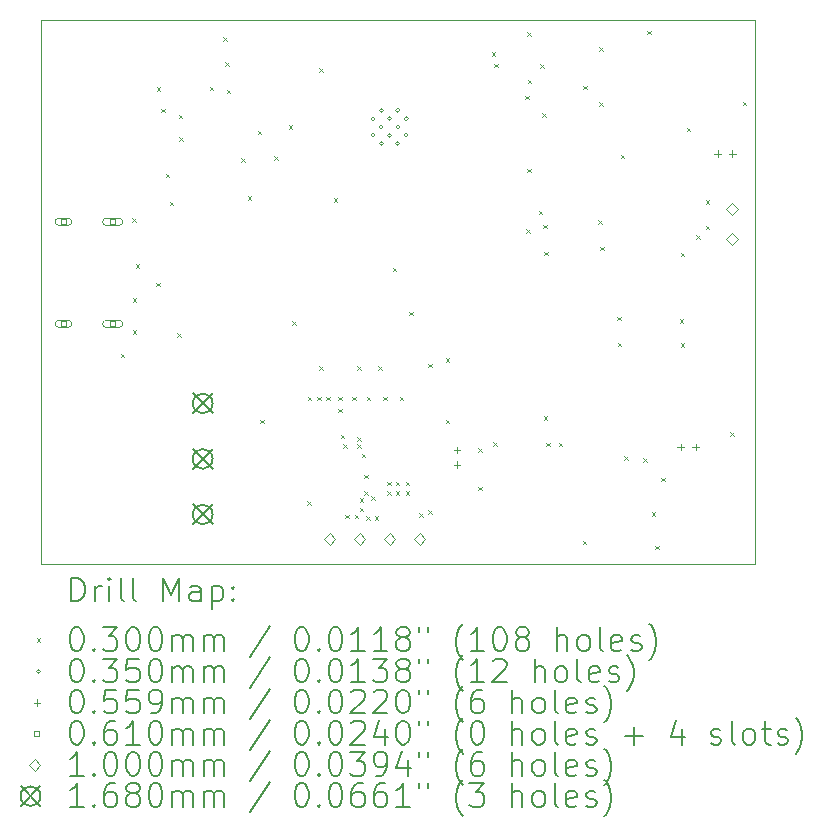
<source format=gbr>
%TF.GenerationSoftware,KiCad,Pcbnew,9.0.6*%
%TF.CreationDate,2026-02-28T15:56:16-05:00*%
%TF.ProjectId,GoldenForm_1,476f6c64-656e-4466-9f72-6d5f312e6b69,rev?*%
%TF.SameCoordinates,Original*%
%TF.FileFunction,Drillmap*%
%TF.FilePolarity,Positive*%
%FSLAX45Y45*%
G04 Gerber Fmt 4.5, Leading zero omitted, Abs format (unit mm)*
G04 Created by KiCad (PCBNEW 9.0.6) date 2026-02-28 15:56:16*
%MOMM*%
%LPD*%
G01*
G04 APERTURE LIST*
%ADD10C,0.050000*%
%ADD11C,0.200000*%
%ADD12C,0.100000*%
%ADD13C,0.168000*%
G04 APERTURE END LIST*
D10*
X6706000Y-5031000D02*
X12750000Y-5031000D01*
X12750000Y-9642600D01*
X6706000Y-9642600D01*
X6706000Y-5031000D01*
D11*
D12*
X7385000Y-7860000D02*
X7415000Y-7890000D01*
X7415000Y-7860000D02*
X7385000Y-7890000D01*
X7480000Y-6715000D02*
X7510000Y-6745000D01*
X7510000Y-6715000D02*
X7480000Y-6745000D01*
X7485000Y-7390000D02*
X7515000Y-7420000D01*
X7515000Y-7390000D02*
X7485000Y-7420000D01*
X7485000Y-7660000D02*
X7515000Y-7690000D01*
X7515000Y-7660000D02*
X7485000Y-7690000D01*
X7510500Y-7103500D02*
X7540500Y-7133500D01*
X7540500Y-7103500D02*
X7510500Y-7133500D01*
X7685000Y-7260000D02*
X7715000Y-7290000D01*
X7715000Y-7260000D02*
X7685000Y-7290000D01*
X7689000Y-5604000D02*
X7719000Y-5634000D01*
X7719000Y-5604000D02*
X7689000Y-5634000D01*
X7725000Y-5785000D02*
X7755000Y-5815000D01*
X7755000Y-5785000D02*
X7725000Y-5815000D01*
X7765000Y-6335000D02*
X7795000Y-6365000D01*
X7795000Y-6335000D02*
X7765000Y-6365000D01*
X7797000Y-6574000D02*
X7827000Y-6604000D01*
X7827000Y-6574000D02*
X7797000Y-6604000D01*
X7860000Y-7685000D02*
X7890000Y-7715000D01*
X7890000Y-7685000D02*
X7860000Y-7715000D01*
X7875000Y-5835000D02*
X7905000Y-5865000D01*
X7905000Y-5835000D02*
X7875000Y-5865000D01*
X7880000Y-6025000D02*
X7910000Y-6055000D01*
X7910000Y-6025000D02*
X7880000Y-6055000D01*
X8135000Y-5599000D02*
X8165000Y-5629000D01*
X8165000Y-5599000D02*
X8135000Y-5629000D01*
X8252000Y-5181000D02*
X8282000Y-5211000D01*
X8282000Y-5181000D02*
X8252000Y-5211000D01*
X8268000Y-5392000D02*
X8298000Y-5422000D01*
X8298000Y-5392000D02*
X8268000Y-5422000D01*
X8279000Y-5624000D02*
X8309000Y-5654000D01*
X8309000Y-5624000D02*
X8279000Y-5654000D01*
X8405000Y-6205000D02*
X8435000Y-6235000D01*
X8435000Y-6205000D02*
X8405000Y-6235000D01*
X8460000Y-6525000D02*
X8490000Y-6555000D01*
X8490000Y-6525000D02*
X8460000Y-6555000D01*
X8545000Y-5970000D02*
X8575000Y-6000000D01*
X8575000Y-5970000D02*
X8545000Y-6000000D01*
X8565000Y-8420000D02*
X8595000Y-8450000D01*
X8595000Y-8420000D02*
X8565000Y-8450000D01*
X8685000Y-6190000D02*
X8715000Y-6220000D01*
X8715000Y-6190000D02*
X8685000Y-6220000D01*
X8805000Y-5925000D02*
X8835000Y-5955000D01*
X8835000Y-5925000D02*
X8805000Y-5955000D01*
X8835000Y-7585000D02*
X8865000Y-7615000D01*
X8865000Y-7585000D02*
X8835000Y-7615000D01*
X8960000Y-9110000D02*
X8990000Y-9140000D01*
X8990000Y-9110000D02*
X8960000Y-9140000D01*
X8965000Y-8225000D02*
X8995000Y-8255000D01*
X8995000Y-8225000D02*
X8965000Y-8255000D01*
X9045000Y-8225000D02*
X9075000Y-8255000D01*
X9075000Y-8225000D02*
X9045000Y-8255000D01*
X9065000Y-5445000D02*
X9095000Y-5475000D01*
X9095000Y-5445000D02*
X9065000Y-5475000D01*
X9065000Y-7965000D02*
X9095000Y-7995000D01*
X9095000Y-7965000D02*
X9065000Y-7995000D01*
X9125000Y-8225000D02*
X9155000Y-8255000D01*
X9155000Y-8225000D02*
X9125000Y-8255000D01*
X9185000Y-6545000D02*
X9215000Y-6575000D01*
X9215000Y-6545000D02*
X9185000Y-6575000D01*
X9225000Y-8225000D02*
X9255000Y-8255000D01*
X9255000Y-8225000D02*
X9225000Y-8255000D01*
X9225000Y-8325000D02*
X9255000Y-8355000D01*
X9255000Y-8325000D02*
X9225000Y-8355000D01*
X9245000Y-8545000D02*
X9275000Y-8575000D01*
X9275000Y-8545000D02*
X9245000Y-8575000D01*
X9265000Y-8625000D02*
X9295000Y-8655000D01*
X9295000Y-8625000D02*
X9265000Y-8655000D01*
X9285000Y-9225000D02*
X9315000Y-9255000D01*
X9315000Y-9225000D02*
X9285000Y-9255000D01*
X9345000Y-8225000D02*
X9375000Y-8255000D01*
X9375000Y-8225000D02*
X9345000Y-8255000D01*
X9365000Y-9225000D02*
X9395000Y-9255000D01*
X9395000Y-9225000D02*
X9365000Y-9255000D01*
X9385000Y-7965000D02*
X9415000Y-7995000D01*
X9415000Y-7965000D02*
X9385000Y-7995000D01*
X9385000Y-8565000D02*
X9415000Y-8595000D01*
X9415000Y-8565000D02*
X9385000Y-8595000D01*
X9385000Y-8625000D02*
X9415000Y-8655000D01*
X9415000Y-8625000D02*
X9385000Y-8655000D01*
X9405000Y-9085000D02*
X9435000Y-9115000D01*
X9435000Y-9085000D02*
X9405000Y-9115000D01*
X9405000Y-9165000D02*
X9435000Y-9195000D01*
X9435000Y-9165000D02*
X9405000Y-9195000D01*
X9425000Y-8705000D02*
X9455000Y-8735000D01*
X9455000Y-8705000D02*
X9425000Y-8735000D01*
X9445000Y-8885000D02*
X9475000Y-8915000D01*
X9475000Y-8885000D02*
X9445000Y-8915000D01*
X9445000Y-9025000D02*
X9475000Y-9055000D01*
X9475000Y-9025000D02*
X9445000Y-9055000D01*
X9460000Y-9235000D02*
X9490000Y-9265000D01*
X9490000Y-9235000D02*
X9460000Y-9265000D01*
X9465000Y-8225000D02*
X9495000Y-8255000D01*
X9495000Y-8225000D02*
X9465000Y-8255000D01*
X9505000Y-9065000D02*
X9535000Y-9095000D01*
X9535000Y-9065000D02*
X9505000Y-9095000D01*
X9535000Y-9235000D02*
X9565000Y-9265000D01*
X9565000Y-9235000D02*
X9535000Y-9265000D01*
X9565000Y-7965000D02*
X9595000Y-7995000D01*
X9595000Y-7965000D02*
X9565000Y-7995000D01*
X9605000Y-8225000D02*
X9635000Y-8255000D01*
X9635000Y-8225000D02*
X9605000Y-8255000D01*
X9637500Y-9025000D02*
X9667500Y-9055000D01*
X9667500Y-9025000D02*
X9637500Y-9055000D01*
X9640000Y-8945000D02*
X9670000Y-8975000D01*
X9670000Y-8945000D02*
X9640000Y-8975000D01*
X9685000Y-7130000D02*
X9715000Y-7160000D01*
X9715000Y-7130000D02*
X9685000Y-7160000D01*
X9710000Y-9025000D02*
X9740000Y-9055000D01*
X9740000Y-9025000D02*
X9710000Y-9055000D01*
X9712500Y-8945000D02*
X9742500Y-8975000D01*
X9742500Y-8945000D02*
X9712500Y-8975000D01*
X9745000Y-8225000D02*
X9775000Y-8255000D01*
X9775000Y-8225000D02*
X9745000Y-8255000D01*
X9797500Y-8945000D02*
X9827500Y-8975000D01*
X9827500Y-8945000D02*
X9797500Y-8975000D01*
X9797500Y-9022500D02*
X9827500Y-9052500D01*
X9827500Y-9022500D02*
X9797500Y-9052500D01*
X9825000Y-7505000D02*
X9855000Y-7535000D01*
X9855000Y-7505000D02*
X9825000Y-7535000D01*
X9910000Y-9210000D02*
X9940000Y-9240000D01*
X9940000Y-9210000D02*
X9910000Y-9240000D01*
X9985000Y-7945000D02*
X10015000Y-7975000D01*
X10015000Y-7945000D02*
X9985000Y-7975000D01*
X9985000Y-9185000D02*
X10015000Y-9215000D01*
X10015000Y-9185000D02*
X9985000Y-9215000D01*
X10135000Y-7900000D02*
X10165000Y-7930000D01*
X10165000Y-7900000D02*
X10135000Y-7930000D01*
X10135000Y-8420000D02*
X10165000Y-8450000D01*
X10165000Y-8420000D02*
X10135000Y-8450000D01*
X10410000Y-8660000D02*
X10440000Y-8690000D01*
X10440000Y-8660000D02*
X10410000Y-8690000D01*
X10410000Y-8985000D02*
X10440000Y-9015000D01*
X10440000Y-8985000D02*
X10410000Y-9015000D01*
X10525000Y-5305000D02*
X10555000Y-5335000D01*
X10555000Y-5305000D02*
X10525000Y-5335000D01*
X10535000Y-8610000D02*
X10565000Y-8640000D01*
X10565000Y-8610000D02*
X10535000Y-8640000D01*
X10545000Y-5405000D02*
X10575000Y-5435000D01*
X10575000Y-5405000D02*
X10545000Y-5435000D01*
X10810000Y-5675000D02*
X10840000Y-5705000D01*
X10840000Y-5675000D02*
X10810000Y-5705000D01*
X10815000Y-6805000D02*
X10845000Y-6835000D01*
X10845000Y-6805000D02*
X10815000Y-6835000D01*
X10825000Y-5140000D02*
X10855000Y-5170000D01*
X10855000Y-5140000D02*
X10825000Y-5170000D01*
X10825000Y-6295000D02*
X10855000Y-6325000D01*
X10855000Y-6295000D02*
X10825000Y-6325000D01*
X10830000Y-5540000D02*
X10860000Y-5570000D01*
X10860000Y-5540000D02*
X10830000Y-5570000D01*
X10920456Y-6651064D02*
X10950456Y-6681064D01*
X10950456Y-6651064D02*
X10920456Y-6681064D01*
X10935000Y-5410000D02*
X10965000Y-5440000D01*
X10965000Y-5410000D02*
X10935000Y-5440000D01*
X10950000Y-5825000D02*
X10980000Y-5855000D01*
X10980000Y-5825000D02*
X10950000Y-5855000D01*
X10961000Y-6769000D02*
X10991000Y-6799000D01*
X10991000Y-6769000D02*
X10961000Y-6799000D01*
X10965000Y-8390000D02*
X10995000Y-8420000D01*
X10995000Y-8390000D02*
X10965000Y-8420000D01*
X10970000Y-6995000D02*
X11000000Y-7025000D01*
X11000000Y-6995000D02*
X10970000Y-7025000D01*
X10985000Y-8615000D02*
X11015000Y-8645000D01*
X11015000Y-8615000D02*
X10985000Y-8645000D01*
X11090000Y-8615000D02*
X11120000Y-8645000D01*
X11120000Y-8615000D02*
X11090000Y-8645000D01*
X11295000Y-9445000D02*
X11325000Y-9475000D01*
X11325000Y-9445000D02*
X11295000Y-9475000D01*
X11300000Y-5590000D02*
X11330000Y-5620000D01*
X11330000Y-5590000D02*
X11300000Y-5620000D01*
X11425000Y-6730000D02*
X11455000Y-6760000D01*
X11455000Y-6730000D02*
X11425000Y-6760000D01*
X11435000Y-5265000D02*
X11465000Y-5295000D01*
X11465000Y-5265000D02*
X11435000Y-5295000D01*
X11435000Y-5730000D02*
X11465000Y-5760000D01*
X11465000Y-5730000D02*
X11435000Y-5760000D01*
X11445000Y-6955000D02*
X11475000Y-6985000D01*
X11475000Y-6955000D02*
X11445000Y-6985000D01*
X11587000Y-7548000D02*
X11617000Y-7578000D01*
X11617000Y-7548000D02*
X11587000Y-7578000D01*
X11590000Y-7766000D02*
X11620000Y-7796000D01*
X11620000Y-7766000D02*
X11590000Y-7796000D01*
X11615000Y-6175000D02*
X11645000Y-6205000D01*
X11645000Y-6175000D02*
X11615000Y-6205000D01*
X11645000Y-8727500D02*
X11675000Y-8757500D01*
X11675000Y-8727500D02*
X11645000Y-8757500D01*
X11805000Y-8745000D02*
X11835000Y-8775000D01*
X11835000Y-8745000D02*
X11805000Y-8775000D01*
X11840000Y-5125000D02*
X11870000Y-5155000D01*
X11870000Y-5125000D02*
X11840000Y-5155000D01*
X11877500Y-9202500D02*
X11907500Y-9232500D01*
X11907500Y-9202500D02*
X11877500Y-9232500D01*
X11910000Y-9485000D02*
X11940000Y-9515000D01*
X11940000Y-9485000D02*
X11910000Y-9515000D01*
X11960000Y-8910000D02*
X11990000Y-8940000D01*
X11990000Y-8910000D02*
X11960000Y-8940000D01*
X12118000Y-7569000D02*
X12148000Y-7599000D01*
X12148000Y-7569000D02*
X12118000Y-7599000D01*
X12125000Y-7005000D02*
X12155000Y-7035000D01*
X12155000Y-7005000D02*
X12125000Y-7035000D01*
X12126000Y-7772000D02*
X12156000Y-7802000D01*
X12156000Y-7772000D02*
X12126000Y-7802000D01*
X12175000Y-5945000D02*
X12205000Y-5975000D01*
X12205000Y-5945000D02*
X12175000Y-5975000D01*
X12255000Y-6855000D02*
X12285000Y-6885000D01*
X12285000Y-6855000D02*
X12255000Y-6885000D01*
X12335000Y-6560000D02*
X12365000Y-6590000D01*
X12365000Y-6560000D02*
X12335000Y-6590000D01*
X12335000Y-6775000D02*
X12365000Y-6805000D01*
X12365000Y-6775000D02*
X12335000Y-6805000D01*
X12545000Y-8525000D02*
X12575000Y-8555000D01*
X12575000Y-8525000D02*
X12545000Y-8555000D01*
X12650000Y-5725000D02*
X12680000Y-5755000D01*
X12680000Y-5725000D02*
X12650000Y-5755000D01*
X9537500Y-5870000D02*
G75*
G02*
X9502500Y-5870000I-17500J0D01*
G01*
X9502500Y-5870000D02*
G75*
G02*
X9537500Y-5870000I17500J0D01*
G01*
X9537500Y-6010000D02*
G75*
G02*
X9502500Y-6010000I-17500J0D01*
G01*
X9502500Y-6010000D02*
G75*
G02*
X9537500Y-6010000I17500J0D01*
G01*
X9607500Y-5800000D02*
G75*
G02*
X9572500Y-5800000I-17500J0D01*
G01*
X9572500Y-5800000D02*
G75*
G02*
X9607500Y-5800000I17500J0D01*
G01*
X9607500Y-5940000D02*
G75*
G02*
X9572500Y-5940000I-17500J0D01*
G01*
X9572500Y-5940000D02*
G75*
G02*
X9607500Y-5940000I17500J0D01*
G01*
X9607500Y-6080000D02*
G75*
G02*
X9572500Y-6080000I-17500J0D01*
G01*
X9572500Y-6080000D02*
G75*
G02*
X9607500Y-6080000I17500J0D01*
G01*
X9677500Y-5870000D02*
G75*
G02*
X9642500Y-5870000I-17500J0D01*
G01*
X9642500Y-5870000D02*
G75*
G02*
X9677500Y-5870000I17500J0D01*
G01*
X9677500Y-6010000D02*
G75*
G02*
X9642500Y-6010000I-17500J0D01*
G01*
X9642500Y-6010000D02*
G75*
G02*
X9677500Y-6010000I17500J0D01*
G01*
X9747500Y-5800000D02*
G75*
G02*
X9712500Y-5800000I-17500J0D01*
G01*
X9712500Y-5800000D02*
G75*
G02*
X9747500Y-5800000I17500J0D01*
G01*
X9747500Y-5940000D02*
G75*
G02*
X9712500Y-5940000I-17500J0D01*
G01*
X9712500Y-5940000D02*
G75*
G02*
X9747500Y-5940000I17500J0D01*
G01*
X9747500Y-6080000D02*
G75*
G02*
X9712500Y-6080000I-17500J0D01*
G01*
X9712500Y-6080000D02*
G75*
G02*
X9747500Y-6080000I17500J0D01*
G01*
X9817500Y-5870000D02*
G75*
G02*
X9782500Y-5870000I-17500J0D01*
G01*
X9782500Y-5870000D02*
G75*
G02*
X9817500Y-5870000I17500J0D01*
G01*
X9817500Y-6010000D02*
G75*
G02*
X9782500Y-6010000I-17500J0D01*
G01*
X9782500Y-6010000D02*
G75*
G02*
X9817500Y-6010000I17500J0D01*
G01*
X10229991Y-8647060D02*
X10229991Y-8702940D01*
X10202051Y-8675000D02*
X10257931Y-8675000D01*
X10229991Y-8772060D02*
X10229991Y-8827940D01*
X10202051Y-8800000D02*
X10257931Y-8800000D01*
X12125000Y-8622060D02*
X12125000Y-8677940D01*
X12097060Y-8650000D02*
X12152940Y-8650000D01*
X12250000Y-8622060D02*
X12250000Y-8677940D01*
X12222060Y-8650000D02*
X12277940Y-8650000D01*
X12437460Y-6137051D02*
X12437460Y-6192931D01*
X12409520Y-6164991D02*
X12465400Y-6164991D01*
X12562460Y-6137051D02*
X12562460Y-6192931D01*
X12534520Y-6164991D02*
X12590400Y-6164991D01*
X6919633Y-6764553D02*
X6919633Y-6721447D01*
X6876527Y-6721447D01*
X6876527Y-6764553D01*
X6919633Y-6764553D01*
X6937450Y-6712520D02*
X6858710Y-6712520D01*
X6858710Y-6773480D02*
G75*
G02*
X6858710Y-6712520I0J30480D01*
G01*
X6858710Y-6773480D02*
X6937450Y-6773480D01*
X6937450Y-6773480D02*
G75*
G03*
X6937450Y-6712520I0J30480D01*
G01*
X6919633Y-7628553D02*
X6919633Y-7585447D01*
X6876527Y-7585447D01*
X6876527Y-7628553D01*
X6919633Y-7628553D01*
X6937450Y-7576520D02*
X6858710Y-7576520D01*
X6858710Y-7637480D02*
G75*
G02*
X6858710Y-7576520I0J30480D01*
G01*
X6858710Y-7637480D02*
X6937450Y-7637480D01*
X6937450Y-7637480D02*
G75*
G03*
X6937450Y-7576520I0J30480D01*
G01*
X7337633Y-6764553D02*
X7337633Y-6721447D01*
X7294527Y-6721447D01*
X7294527Y-6764553D01*
X7337633Y-6764553D01*
X7370690Y-6712520D02*
X7261470Y-6712520D01*
X7261470Y-6773480D02*
G75*
G02*
X7261470Y-6712520I0J30480D01*
G01*
X7261470Y-6773480D02*
X7370690Y-6773480D01*
X7370690Y-6773480D02*
G75*
G03*
X7370690Y-6712520I0J30480D01*
G01*
X7337633Y-7628553D02*
X7337633Y-7585447D01*
X7294527Y-7585447D01*
X7294527Y-7628553D01*
X7337633Y-7628553D01*
X7370690Y-7576520D02*
X7261470Y-7576520D01*
X7261470Y-7637480D02*
G75*
G02*
X7261470Y-7576520I0J30480D01*
G01*
X7261470Y-7637480D02*
X7370690Y-7637480D01*
X7370690Y-7637480D02*
G75*
G03*
X7370690Y-7576520I0J30480D01*
G01*
X9151500Y-9480000D02*
X9201500Y-9430000D01*
X9151500Y-9380000D01*
X9101500Y-9430000D01*
X9151500Y-9480000D01*
X9405500Y-9480000D02*
X9455500Y-9430000D01*
X9405500Y-9380000D01*
X9355500Y-9430000D01*
X9405500Y-9480000D01*
X9659500Y-9480000D02*
X9709500Y-9430000D01*
X9659500Y-9380000D01*
X9609500Y-9430000D01*
X9659500Y-9480000D01*
X9913500Y-9480000D02*
X9963500Y-9430000D01*
X9913500Y-9380000D01*
X9863500Y-9430000D01*
X9913500Y-9480000D01*
X12560000Y-6682500D02*
X12610000Y-6632500D01*
X12560000Y-6582500D01*
X12510000Y-6632500D01*
X12560000Y-6682500D01*
X12560000Y-6936500D02*
X12610000Y-6886500D01*
X12560000Y-6836500D01*
X12510000Y-6886500D01*
X12560000Y-6936500D01*
D13*
X7993200Y-8196400D02*
X8161200Y-8364400D01*
X8161200Y-8196400D02*
X7993200Y-8364400D01*
X8161200Y-8280400D02*
G75*
G02*
X7993200Y-8280400I-84000J0D01*
G01*
X7993200Y-8280400D02*
G75*
G02*
X8161200Y-8280400I84000J0D01*
G01*
X7993200Y-8666400D02*
X8161200Y-8834400D01*
X8161200Y-8666400D02*
X7993200Y-8834400D01*
X8161200Y-8750400D02*
G75*
G02*
X7993200Y-8750400I-84000J0D01*
G01*
X7993200Y-8750400D02*
G75*
G02*
X8161200Y-8750400I84000J0D01*
G01*
X7993200Y-9136400D02*
X8161200Y-9304400D01*
X8161200Y-9136400D02*
X7993200Y-9304400D01*
X8161200Y-9220400D02*
G75*
G02*
X7993200Y-9220400I-84000J0D01*
G01*
X7993200Y-9220400D02*
G75*
G02*
X8161200Y-9220400I84000J0D01*
G01*
D11*
X6964277Y-9956584D02*
X6964277Y-9756584D01*
X6964277Y-9756584D02*
X7011896Y-9756584D01*
X7011896Y-9756584D02*
X7040467Y-9766108D01*
X7040467Y-9766108D02*
X7059515Y-9785155D01*
X7059515Y-9785155D02*
X7069039Y-9804203D01*
X7069039Y-9804203D02*
X7078562Y-9842298D01*
X7078562Y-9842298D02*
X7078562Y-9870870D01*
X7078562Y-9870870D02*
X7069039Y-9908965D01*
X7069039Y-9908965D02*
X7059515Y-9928012D01*
X7059515Y-9928012D02*
X7040467Y-9947060D01*
X7040467Y-9947060D02*
X7011896Y-9956584D01*
X7011896Y-9956584D02*
X6964277Y-9956584D01*
X7164277Y-9956584D02*
X7164277Y-9823250D01*
X7164277Y-9861346D02*
X7173801Y-9842298D01*
X7173801Y-9842298D02*
X7183324Y-9832774D01*
X7183324Y-9832774D02*
X7202372Y-9823250D01*
X7202372Y-9823250D02*
X7221420Y-9823250D01*
X7288086Y-9956584D02*
X7288086Y-9823250D01*
X7288086Y-9756584D02*
X7278562Y-9766108D01*
X7278562Y-9766108D02*
X7288086Y-9775631D01*
X7288086Y-9775631D02*
X7297610Y-9766108D01*
X7297610Y-9766108D02*
X7288086Y-9756584D01*
X7288086Y-9756584D02*
X7288086Y-9775631D01*
X7411896Y-9956584D02*
X7392848Y-9947060D01*
X7392848Y-9947060D02*
X7383324Y-9928012D01*
X7383324Y-9928012D02*
X7383324Y-9756584D01*
X7516658Y-9956584D02*
X7497610Y-9947060D01*
X7497610Y-9947060D02*
X7488086Y-9928012D01*
X7488086Y-9928012D02*
X7488086Y-9756584D01*
X7745229Y-9956584D02*
X7745229Y-9756584D01*
X7745229Y-9756584D02*
X7811896Y-9899441D01*
X7811896Y-9899441D02*
X7878562Y-9756584D01*
X7878562Y-9756584D02*
X7878562Y-9956584D01*
X8059515Y-9956584D02*
X8059515Y-9851822D01*
X8059515Y-9851822D02*
X8049991Y-9832774D01*
X8049991Y-9832774D02*
X8030943Y-9823250D01*
X8030943Y-9823250D02*
X7992848Y-9823250D01*
X7992848Y-9823250D02*
X7973801Y-9832774D01*
X8059515Y-9947060D02*
X8040467Y-9956584D01*
X8040467Y-9956584D02*
X7992848Y-9956584D01*
X7992848Y-9956584D02*
X7973801Y-9947060D01*
X7973801Y-9947060D02*
X7964277Y-9928012D01*
X7964277Y-9928012D02*
X7964277Y-9908965D01*
X7964277Y-9908965D02*
X7973801Y-9889917D01*
X7973801Y-9889917D02*
X7992848Y-9880393D01*
X7992848Y-9880393D02*
X8040467Y-9880393D01*
X8040467Y-9880393D02*
X8059515Y-9870870D01*
X8154753Y-9823250D02*
X8154753Y-10023250D01*
X8154753Y-9832774D02*
X8173801Y-9823250D01*
X8173801Y-9823250D02*
X8211896Y-9823250D01*
X8211896Y-9823250D02*
X8230943Y-9832774D01*
X8230943Y-9832774D02*
X8240467Y-9842298D01*
X8240467Y-9842298D02*
X8249991Y-9861346D01*
X8249991Y-9861346D02*
X8249991Y-9918489D01*
X8249991Y-9918489D02*
X8240467Y-9937536D01*
X8240467Y-9937536D02*
X8230943Y-9947060D01*
X8230943Y-9947060D02*
X8211896Y-9956584D01*
X8211896Y-9956584D02*
X8173801Y-9956584D01*
X8173801Y-9956584D02*
X8154753Y-9947060D01*
X8335705Y-9937536D02*
X8345229Y-9947060D01*
X8345229Y-9947060D02*
X8335705Y-9956584D01*
X8335705Y-9956584D02*
X8326182Y-9947060D01*
X8326182Y-9947060D02*
X8335705Y-9937536D01*
X8335705Y-9937536D02*
X8335705Y-9956584D01*
X8335705Y-9832774D02*
X8345229Y-9842298D01*
X8345229Y-9842298D02*
X8335705Y-9851822D01*
X8335705Y-9851822D02*
X8326182Y-9842298D01*
X8326182Y-9842298D02*
X8335705Y-9832774D01*
X8335705Y-9832774D02*
X8335705Y-9851822D01*
D12*
X6673500Y-10270100D02*
X6703500Y-10300100D01*
X6703500Y-10270100D02*
X6673500Y-10300100D01*
D11*
X7002372Y-10176584D02*
X7021420Y-10176584D01*
X7021420Y-10176584D02*
X7040467Y-10186108D01*
X7040467Y-10186108D02*
X7049991Y-10195631D01*
X7049991Y-10195631D02*
X7059515Y-10214679D01*
X7059515Y-10214679D02*
X7069039Y-10252774D01*
X7069039Y-10252774D02*
X7069039Y-10300393D01*
X7069039Y-10300393D02*
X7059515Y-10338489D01*
X7059515Y-10338489D02*
X7049991Y-10357536D01*
X7049991Y-10357536D02*
X7040467Y-10367060D01*
X7040467Y-10367060D02*
X7021420Y-10376584D01*
X7021420Y-10376584D02*
X7002372Y-10376584D01*
X7002372Y-10376584D02*
X6983324Y-10367060D01*
X6983324Y-10367060D02*
X6973801Y-10357536D01*
X6973801Y-10357536D02*
X6964277Y-10338489D01*
X6964277Y-10338489D02*
X6954753Y-10300393D01*
X6954753Y-10300393D02*
X6954753Y-10252774D01*
X6954753Y-10252774D02*
X6964277Y-10214679D01*
X6964277Y-10214679D02*
X6973801Y-10195631D01*
X6973801Y-10195631D02*
X6983324Y-10186108D01*
X6983324Y-10186108D02*
X7002372Y-10176584D01*
X7154753Y-10357536D02*
X7164277Y-10367060D01*
X7164277Y-10367060D02*
X7154753Y-10376584D01*
X7154753Y-10376584D02*
X7145229Y-10367060D01*
X7145229Y-10367060D02*
X7154753Y-10357536D01*
X7154753Y-10357536D02*
X7154753Y-10376584D01*
X7230943Y-10176584D02*
X7354753Y-10176584D01*
X7354753Y-10176584D02*
X7288086Y-10252774D01*
X7288086Y-10252774D02*
X7316658Y-10252774D01*
X7316658Y-10252774D02*
X7335705Y-10262298D01*
X7335705Y-10262298D02*
X7345229Y-10271822D01*
X7345229Y-10271822D02*
X7354753Y-10290870D01*
X7354753Y-10290870D02*
X7354753Y-10338489D01*
X7354753Y-10338489D02*
X7345229Y-10357536D01*
X7345229Y-10357536D02*
X7335705Y-10367060D01*
X7335705Y-10367060D02*
X7316658Y-10376584D01*
X7316658Y-10376584D02*
X7259515Y-10376584D01*
X7259515Y-10376584D02*
X7240467Y-10367060D01*
X7240467Y-10367060D02*
X7230943Y-10357536D01*
X7478562Y-10176584D02*
X7497610Y-10176584D01*
X7497610Y-10176584D02*
X7516658Y-10186108D01*
X7516658Y-10186108D02*
X7526182Y-10195631D01*
X7526182Y-10195631D02*
X7535705Y-10214679D01*
X7535705Y-10214679D02*
X7545229Y-10252774D01*
X7545229Y-10252774D02*
X7545229Y-10300393D01*
X7545229Y-10300393D02*
X7535705Y-10338489D01*
X7535705Y-10338489D02*
X7526182Y-10357536D01*
X7526182Y-10357536D02*
X7516658Y-10367060D01*
X7516658Y-10367060D02*
X7497610Y-10376584D01*
X7497610Y-10376584D02*
X7478562Y-10376584D01*
X7478562Y-10376584D02*
X7459515Y-10367060D01*
X7459515Y-10367060D02*
X7449991Y-10357536D01*
X7449991Y-10357536D02*
X7440467Y-10338489D01*
X7440467Y-10338489D02*
X7430943Y-10300393D01*
X7430943Y-10300393D02*
X7430943Y-10252774D01*
X7430943Y-10252774D02*
X7440467Y-10214679D01*
X7440467Y-10214679D02*
X7449991Y-10195631D01*
X7449991Y-10195631D02*
X7459515Y-10186108D01*
X7459515Y-10186108D02*
X7478562Y-10176584D01*
X7669039Y-10176584D02*
X7688086Y-10176584D01*
X7688086Y-10176584D02*
X7707134Y-10186108D01*
X7707134Y-10186108D02*
X7716658Y-10195631D01*
X7716658Y-10195631D02*
X7726182Y-10214679D01*
X7726182Y-10214679D02*
X7735705Y-10252774D01*
X7735705Y-10252774D02*
X7735705Y-10300393D01*
X7735705Y-10300393D02*
X7726182Y-10338489D01*
X7726182Y-10338489D02*
X7716658Y-10357536D01*
X7716658Y-10357536D02*
X7707134Y-10367060D01*
X7707134Y-10367060D02*
X7688086Y-10376584D01*
X7688086Y-10376584D02*
X7669039Y-10376584D01*
X7669039Y-10376584D02*
X7649991Y-10367060D01*
X7649991Y-10367060D02*
X7640467Y-10357536D01*
X7640467Y-10357536D02*
X7630943Y-10338489D01*
X7630943Y-10338489D02*
X7621420Y-10300393D01*
X7621420Y-10300393D02*
X7621420Y-10252774D01*
X7621420Y-10252774D02*
X7630943Y-10214679D01*
X7630943Y-10214679D02*
X7640467Y-10195631D01*
X7640467Y-10195631D02*
X7649991Y-10186108D01*
X7649991Y-10186108D02*
X7669039Y-10176584D01*
X7821420Y-10376584D02*
X7821420Y-10243250D01*
X7821420Y-10262298D02*
X7830943Y-10252774D01*
X7830943Y-10252774D02*
X7849991Y-10243250D01*
X7849991Y-10243250D02*
X7878563Y-10243250D01*
X7878563Y-10243250D02*
X7897610Y-10252774D01*
X7897610Y-10252774D02*
X7907134Y-10271822D01*
X7907134Y-10271822D02*
X7907134Y-10376584D01*
X7907134Y-10271822D02*
X7916658Y-10252774D01*
X7916658Y-10252774D02*
X7935705Y-10243250D01*
X7935705Y-10243250D02*
X7964277Y-10243250D01*
X7964277Y-10243250D02*
X7983324Y-10252774D01*
X7983324Y-10252774D02*
X7992848Y-10271822D01*
X7992848Y-10271822D02*
X7992848Y-10376584D01*
X8088086Y-10376584D02*
X8088086Y-10243250D01*
X8088086Y-10262298D02*
X8097610Y-10252774D01*
X8097610Y-10252774D02*
X8116658Y-10243250D01*
X8116658Y-10243250D02*
X8145229Y-10243250D01*
X8145229Y-10243250D02*
X8164277Y-10252774D01*
X8164277Y-10252774D02*
X8173801Y-10271822D01*
X8173801Y-10271822D02*
X8173801Y-10376584D01*
X8173801Y-10271822D02*
X8183324Y-10252774D01*
X8183324Y-10252774D02*
X8202372Y-10243250D01*
X8202372Y-10243250D02*
X8230943Y-10243250D01*
X8230943Y-10243250D02*
X8249991Y-10252774D01*
X8249991Y-10252774D02*
X8259515Y-10271822D01*
X8259515Y-10271822D02*
X8259515Y-10376584D01*
X8649991Y-10167060D02*
X8478563Y-10424203D01*
X8907134Y-10176584D02*
X8926182Y-10176584D01*
X8926182Y-10176584D02*
X8945229Y-10186108D01*
X8945229Y-10186108D02*
X8954753Y-10195631D01*
X8954753Y-10195631D02*
X8964277Y-10214679D01*
X8964277Y-10214679D02*
X8973801Y-10252774D01*
X8973801Y-10252774D02*
X8973801Y-10300393D01*
X8973801Y-10300393D02*
X8964277Y-10338489D01*
X8964277Y-10338489D02*
X8954753Y-10357536D01*
X8954753Y-10357536D02*
X8945229Y-10367060D01*
X8945229Y-10367060D02*
X8926182Y-10376584D01*
X8926182Y-10376584D02*
X8907134Y-10376584D01*
X8907134Y-10376584D02*
X8888087Y-10367060D01*
X8888087Y-10367060D02*
X8878563Y-10357536D01*
X8878563Y-10357536D02*
X8869039Y-10338489D01*
X8869039Y-10338489D02*
X8859515Y-10300393D01*
X8859515Y-10300393D02*
X8859515Y-10252774D01*
X8859515Y-10252774D02*
X8869039Y-10214679D01*
X8869039Y-10214679D02*
X8878563Y-10195631D01*
X8878563Y-10195631D02*
X8888087Y-10186108D01*
X8888087Y-10186108D02*
X8907134Y-10176584D01*
X9059515Y-10357536D02*
X9069039Y-10367060D01*
X9069039Y-10367060D02*
X9059515Y-10376584D01*
X9059515Y-10376584D02*
X9049991Y-10367060D01*
X9049991Y-10367060D02*
X9059515Y-10357536D01*
X9059515Y-10357536D02*
X9059515Y-10376584D01*
X9192848Y-10176584D02*
X9211896Y-10176584D01*
X9211896Y-10176584D02*
X9230944Y-10186108D01*
X9230944Y-10186108D02*
X9240468Y-10195631D01*
X9240468Y-10195631D02*
X9249991Y-10214679D01*
X9249991Y-10214679D02*
X9259515Y-10252774D01*
X9259515Y-10252774D02*
X9259515Y-10300393D01*
X9259515Y-10300393D02*
X9249991Y-10338489D01*
X9249991Y-10338489D02*
X9240468Y-10357536D01*
X9240468Y-10357536D02*
X9230944Y-10367060D01*
X9230944Y-10367060D02*
X9211896Y-10376584D01*
X9211896Y-10376584D02*
X9192848Y-10376584D01*
X9192848Y-10376584D02*
X9173801Y-10367060D01*
X9173801Y-10367060D02*
X9164277Y-10357536D01*
X9164277Y-10357536D02*
X9154753Y-10338489D01*
X9154753Y-10338489D02*
X9145229Y-10300393D01*
X9145229Y-10300393D02*
X9145229Y-10252774D01*
X9145229Y-10252774D02*
X9154753Y-10214679D01*
X9154753Y-10214679D02*
X9164277Y-10195631D01*
X9164277Y-10195631D02*
X9173801Y-10186108D01*
X9173801Y-10186108D02*
X9192848Y-10176584D01*
X9449991Y-10376584D02*
X9335706Y-10376584D01*
X9392848Y-10376584D02*
X9392848Y-10176584D01*
X9392848Y-10176584D02*
X9373801Y-10205155D01*
X9373801Y-10205155D02*
X9354753Y-10224203D01*
X9354753Y-10224203D02*
X9335706Y-10233727D01*
X9640468Y-10376584D02*
X9526182Y-10376584D01*
X9583325Y-10376584D02*
X9583325Y-10176584D01*
X9583325Y-10176584D02*
X9564277Y-10205155D01*
X9564277Y-10205155D02*
X9545229Y-10224203D01*
X9545229Y-10224203D02*
X9526182Y-10233727D01*
X9754753Y-10262298D02*
X9735706Y-10252774D01*
X9735706Y-10252774D02*
X9726182Y-10243250D01*
X9726182Y-10243250D02*
X9716658Y-10224203D01*
X9716658Y-10224203D02*
X9716658Y-10214679D01*
X9716658Y-10214679D02*
X9726182Y-10195631D01*
X9726182Y-10195631D02*
X9735706Y-10186108D01*
X9735706Y-10186108D02*
X9754753Y-10176584D01*
X9754753Y-10176584D02*
X9792849Y-10176584D01*
X9792849Y-10176584D02*
X9811896Y-10186108D01*
X9811896Y-10186108D02*
X9821420Y-10195631D01*
X9821420Y-10195631D02*
X9830944Y-10214679D01*
X9830944Y-10214679D02*
X9830944Y-10224203D01*
X9830944Y-10224203D02*
X9821420Y-10243250D01*
X9821420Y-10243250D02*
X9811896Y-10252774D01*
X9811896Y-10252774D02*
X9792849Y-10262298D01*
X9792849Y-10262298D02*
X9754753Y-10262298D01*
X9754753Y-10262298D02*
X9735706Y-10271822D01*
X9735706Y-10271822D02*
X9726182Y-10281346D01*
X9726182Y-10281346D02*
X9716658Y-10300393D01*
X9716658Y-10300393D02*
X9716658Y-10338489D01*
X9716658Y-10338489D02*
X9726182Y-10357536D01*
X9726182Y-10357536D02*
X9735706Y-10367060D01*
X9735706Y-10367060D02*
X9754753Y-10376584D01*
X9754753Y-10376584D02*
X9792849Y-10376584D01*
X9792849Y-10376584D02*
X9811896Y-10367060D01*
X9811896Y-10367060D02*
X9821420Y-10357536D01*
X9821420Y-10357536D02*
X9830944Y-10338489D01*
X9830944Y-10338489D02*
X9830944Y-10300393D01*
X9830944Y-10300393D02*
X9821420Y-10281346D01*
X9821420Y-10281346D02*
X9811896Y-10271822D01*
X9811896Y-10271822D02*
X9792849Y-10262298D01*
X9907134Y-10176584D02*
X9907134Y-10214679D01*
X9983325Y-10176584D02*
X9983325Y-10214679D01*
X10278563Y-10452774D02*
X10269039Y-10443250D01*
X10269039Y-10443250D02*
X10249991Y-10414679D01*
X10249991Y-10414679D02*
X10240468Y-10395631D01*
X10240468Y-10395631D02*
X10230944Y-10367060D01*
X10230944Y-10367060D02*
X10221420Y-10319441D01*
X10221420Y-10319441D02*
X10221420Y-10281346D01*
X10221420Y-10281346D02*
X10230944Y-10233727D01*
X10230944Y-10233727D02*
X10240468Y-10205155D01*
X10240468Y-10205155D02*
X10249991Y-10186108D01*
X10249991Y-10186108D02*
X10269039Y-10157536D01*
X10269039Y-10157536D02*
X10278563Y-10148012D01*
X10459515Y-10376584D02*
X10345230Y-10376584D01*
X10402372Y-10376584D02*
X10402372Y-10176584D01*
X10402372Y-10176584D02*
X10383325Y-10205155D01*
X10383325Y-10205155D02*
X10364277Y-10224203D01*
X10364277Y-10224203D02*
X10345230Y-10233727D01*
X10583325Y-10176584D02*
X10602372Y-10176584D01*
X10602372Y-10176584D02*
X10621420Y-10186108D01*
X10621420Y-10186108D02*
X10630944Y-10195631D01*
X10630944Y-10195631D02*
X10640468Y-10214679D01*
X10640468Y-10214679D02*
X10649991Y-10252774D01*
X10649991Y-10252774D02*
X10649991Y-10300393D01*
X10649991Y-10300393D02*
X10640468Y-10338489D01*
X10640468Y-10338489D02*
X10630944Y-10357536D01*
X10630944Y-10357536D02*
X10621420Y-10367060D01*
X10621420Y-10367060D02*
X10602372Y-10376584D01*
X10602372Y-10376584D02*
X10583325Y-10376584D01*
X10583325Y-10376584D02*
X10564277Y-10367060D01*
X10564277Y-10367060D02*
X10554753Y-10357536D01*
X10554753Y-10357536D02*
X10545230Y-10338489D01*
X10545230Y-10338489D02*
X10535706Y-10300393D01*
X10535706Y-10300393D02*
X10535706Y-10252774D01*
X10535706Y-10252774D02*
X10545230Y-10214679D01*
X10545230Y-10214679D02*
X10554753Y-10195631D01*
X10554753Y-10195631D02*
X10564277Y-10186108D01*
X10564277Y-10186108D02*
X10583325Y-10176584D01*
X10764277Y-10262298D02*
X10745230Y-10252774D01*
X10745230Y-10252774D02*
X10735706Y-10243250D01*
X10735706Y-10243250D02*
X10726182Y-10224203D01*
X10726182Y-10224203D02*
X10726182Y-10214679D01*
X10726182Y-10214679D02*
X10735706Y-10195631D01*
X10735706Y-10195631D02*
X10745230Y-10186108D01*
X10745230Y-10186108D02*
X10764277Y-10176584D01*
X10764277Y-10176584D02*
X10802372Y-10176584D01*
X10802372Y-10176584D02*
X10821420Y-10186108D01*
X10821420Y-10186108D02*
X10830944Y-10195631D01*
X10830944Y-10195631D02*
X10840468Y-10214679D01*
X10840468Y-10214679D02*
X10840468Y-10224203D01*
X10840468Y-10224203D02*
X10830944Y-10243250D01*
X10830944Y-10243250D02*
X10821420Y-10252774D01*
X10821420Y-10252774D02*
X10802372Y-10262298D01*
X10802372Y-10262298D02*
X10764277Y-10262298D01*
X10764277Y-10262298D02*
X10745230Y-10271822D01*
X10745230Y-10271822D02*
X10735706Y-10281346D01*
X10735706Y-10281346D02*
X10726182Y-10300393D01*
X10726182Y-10300393D02*
X10726182Y-10338489D01*
X10726182Y-10338489D02*
X10735706Y-10357536D01*
X10735706Y-10357536D02*
X10745230Y-10367060D01*
X10745230Y-10367060D02*
X10764277Y-10376584D01*
X10764277Y-10376584D02*
X10802372Y-10376584D01*
X10802372Y-10376584D02*
X10821420Y-10367060D01*
X10821420Y-10367060D02*
X10830944Y-10357536D01*
X10830944Y-10357536D02*
X10840468Y-10338489D01*
X10840468Y-10338489D02*
X10840468Y-10300393D01*
X10840468Y-10300393D02*
X10830944Y-10281346D01*
X10830944Y-10281346D02*
X10821420Y-10271822D01*
X10821420Y-10271822D02*
X10802372Y-10262298D01*
X11078563Y-10376584D02*
X11078563Y-10176584D01*
X11164277Y-10376584D02*
X11164277Y-10271822D01*
X11164277Y-10271822D02*
X11154753Y-10252774D01*
X11154753Y-10252774D02*
X11135706Y-10243250D01*
X11135706Y-10243250D02*
X11107134Y-10243250D01*
X11107134Y-10243250D02*
X11088087Y-10252774D01*
X11088087Y-10252774D02*
X11078563Y-10262298D01*
X11288087Y-10376584D02*
X11269039Y-10367060D01*
X11269039Y-10367060D02*
X11259515Y-10357536D01*
X11259515Y-10357536D02*
X11249991Y-10338489D01*
X11249991Y-10338489D02*
X11249991Y-10281346D01*
X11249991Y-10281346D02*
X11259515Y-10262298D01*
X11259515Y-10262298D02*
X11269039Y-10252774D01*
X11269039Y-10252774D02*
X11288087Y-10243250D01*
X11288087Y-10243250D02*
X11316658Y-10243250D01*
X11316658Y-10243250D02*
X11335706Y-10252774D01*
X11335706Y-10252774D02*
X11345230Y-10262298D01*
X11345230Y-10262298D02*
X11354753Y-10281346D01*
X11354753Y-10281346D02*
X11354753Y-10338489D01*
X11354753Y-10338489D02*
X11345230Y-10357536D01*
X11345230Y-10357536D02*
X11335706Y-10367060D01*
X11335706Y-10367060D02*
X11316658Y-10376584D01*
X11316658Y-10376584D02*
X11288087Y-10376584D01*
X11469039Y-10376584D02*
X11449991Y-10367060D01*
X11449991Y-10367060D02*
X11440468Y-10348012D01*
X11440468Y-10348012D02*
X11440468Y-10176584D01*
X11621420Y-10367060D02*
X11602372Y-10376584D01*
X11602372Y-10376584D02*
X11564277Y-10376584D01*
X11564277Y-10376584D02*
X11545230Y-10367060D01*
X11545230Y-10367060D02*
X11535706Y-10348012D01*
X11535706Y-10348012D02*
X11535706Y-10271822D01*
X11535706Y-10271822D02*
X11545230Y-10252774D01*
X11545230Y-10252774D02*
X11564277Y-10243250D01*
X11564277Y-10243250D02*
X11602372Y-10243250D01*
X11602372Y-10243250D02*
X11621420Y-10252774D01*
X11621420Y-10252774D02*
X11630944Y-10271822D01*
X11630944Y-10271822D02*
X11630944Y-10290870D01*
X11630944Y-10290870D02*
X11535706Y-10309917D01*
X11707134Y-10367060D02*
X11726182Y-10376584D01*
X11726182Y-10376584D02*
X11764277Y-10376584D01*
X11764277Y-10376584D02*
X11783325Y-10367060D01*
X11783325Y-10367060D02*
X11792849Y-10348012D01*
X11792849Y-10348012D02*
X11792849Y-10338489D01*
X11792849Y-10338489D02*
X11783325Y-10319441D01*
X11783325Y-10319441D02*
X11764277Y-10309917D01*
X11764277Y-10309917D02*
X11735706Y-10309917D01*
X11735706Y-10309917D02*
X11716658Y-10300393D01*
X11716658Y-10300393D02*
X11707134Y-10281346D01*
X11707134Y-10281346D02*
X11707134Y-10271822D01*
X11707134Y-10271822D02*
X11716658Y-10252774D01*
X11716658Y-10252774D02*
X11735706Y-10243250D01*
X11735706Y-10243250D02*
X11764277Y-10243250D01*
X11764277Y-10243250D02*
X11783325Y-10252774D01*
X11859515Y-10452774D02*
X11869039Y-10443250D01*
X11869039Y-10443250D02*
X11888087Y-10414679D01*
X11888087Y-10414679D02*
X11897611Y-10395631D01*
X11897611Y-10395631D02*
X11907134Y-10367060D01*
X11907134Y-10367060D02*
X11916658Y-10319441D01*
X11916658Y-10319441D02*
X11916658Y-10281346D01*
X11916658Y-10281346D02*
X11907134Y-10233727D01*
X11907134Y-10233727D02*
X11897611Y-10205155D01*
X11897611Y-10205155D02*
X11888087Y-10186108D01*
X11888087Y-10186108D02*
X11869039Y-10157536D01*
X11869039Y-10157536D02*
X11859515Y-10148012D01*
D12*
X6703500Y-10549100D02*
G75*
G02*
X6668500Y-10549100I-17500J0D01*
G01*
X6668500Y-10549100D02*
G75*
G02*
X6703500Y-10549100I17500J0D01*
G01*
D11*
X7002372Y-10440584D02*
X7021420Y-10440584D01*
X7021420Y-10440584D02*
X7040467Y-10450108D01*
X7040467Y-10450108D02*
X7049991Y-10459631D01*
X7049991Y-10459631D02*
X7059515Y-10478679D01*
X7059515Y-10478679D02*
X7069039Y-10516774D01*
X7069039Y-10516774D02*
X7069039Y-10564393D01*
X7069039Y-10564393D02*
X7059515Y-10602489D01*
X7059515Y-10602489D02*
X7049991Y-10621536D01*
X7049991Y-10621536D02*
X7040467Y-10631060D01*
X7040467Y-10631060D02*
X7021420Y-10640584D01*
X7021420Y-10640584D02*
X7002372Y-10640584D01*
X7002372Y-10640584D02*
X6983324Y-10631060D01*
X6983324Y-10631060D02*
X6973801Y-10621536D01*
X6973801Y-10621536D02*
X6964277Y-10602489D01*
X6964277Y-10602489D02*
X6954753Y-10564393D01*
X6954753Y-10564393D02*
X6954753Y-10516774D01*
X6954753Y-10516774D02*
X6964277Y-10478679D01*
X6964277Y-10478679D02*
X6973801Y-10459631D01*
X6973801Y-10459631D02*
X6983324Y-10450108D01*
X6983324Y-10450108D02*
X7002372Y-10440584D01*
X7154753Y-10621536D02*
X7164277Y-10631060D01*
X7164277Y-10631060D02*
X7154753Y-10640584D01*
X7154753Y-10640584D02*
X7145229Y-10631060D01*
X7145229Y-10631060D02*
X7154753Y-10621536D01*
X7154753Y-10621536D02*
X7154753Y-10640584D01*
X7230943Y-10440584D02*
X7354753Y-10440584D01*
X7354753Y-10440584D02*
X7288086Y-10516774D01*
X7288086Y-10516774D02*
X7316658Y-10516774D01*
X7316658Y-10516774D02*
X7335705Y-10526298D01*
X7335705Y-10526298D02*
X7345229Y-10535822D01*
X7345229Y-10535822D02*
X7354753Y-10554870D01*
X7354753Y-10554870D02*
X7354753Y-10602489D01*
X7354753Y-10602489D02*
X7345229Y-10621536D01*
X7345229Y-10621536D02*
X7335705Y-10631060D01*
X7335705Y-10631060D02*
X7316658Y-10640584D01*
X7316658Y-10640584D02*
X7259515Y-10640584D01*
X7259515Y-10640584D02*
X7240467Y-10631060D01*
X7240467Y-10631060D02*
X7230943Y-10621536D01*
X7535705Y-10440584D02*
X7440467Y-10440584D01*
X7440467Y-10440584D02*
X7430943Y-10535822D01*
X7430943Y-10535822D02*
X7440467Y-10526298D01*
X7440467Y-10526298D02*
X7459515Y-10516774D01*
X7459515Y-10516774D02*
X7507134Y-10516774D01*
X7507134Y-10516774D02*
X7526182Y-10526298D01*
X7526182Y-10526298D02*
X7535705Y-10535822D01*
X7535705Y-10535822D02*
X7545229Y-10554870D01*
X7545229Y-10554870D02*
X7545229Y-10602489D01*
X7545229Y-10602489D02*
X7535705Y-10621536D01*
X7535705Y-10621536D02*
X7526182Y-10631060D01*
X7526182Y-10631060D02*
X7507134Y-10640584D01*
X7507134Y-10640584D02*
X7459515Y-10640584D01*
X7459515Y-10640584D02*
X7440467Y-10631060D01*
X7440467Y-10631060D02*
X7430943Y-10621536D01*
X7669039Y-10440584D02*
X7688086Y-10440584D01*
X7688086Y-10440584D02*
X7707134Y-10450108D01*
X7707134Y-10450108D02*
X7716658Y-10459631D01*
X7716658Y-10459631D02*
X7726182Y-10478679D01*
X7726182Y-10478679D02*
X7735705Y-10516774D01*
X7735705Y-10516774D02*
X7735705Y-10564393D01*
X7735705Y-10564393D02*
X7726182Y-10602489D01*
X7726182Y-10602489D02*
X7716658Y-10621536D01*
X7716658Y-10621536D02*
X7707134Y-10631060D01*
X7707134Y-10631060D02*
X7688086Y-10640584D01*
X7688086Y-10640584D02*
X7669039Y-10640584D01*
X7669039Y-10640584D02*
X7649991Y-10631060D01*
X7649991Y-10631060D02*
X7640467Y-10621536D01*
X7640467Y-10621536D02*
X7630943Y-10602489D01*
X7630943Y-10602489D02*
X7621420Y-10564393D01*
X7621420Y-10564393D02*
X7621420Y-10516774D01*
X7621420Y-10516774D02*
X7630943Y-10478679D01*
X7630943Y-10478679D02*
X7640467Y-10459631D01*
X7640467Y-10459631D02*
X7649991Y-10450108D01*
X7649991Y-10450108D02*
X7669039Y-10440584D01*
X7821420Y-10640584D02*
X7821420Y-10507250D01*
X7821420Y-10526298D02*
X7830943Y-10516774D01*
X7830943Y-10516774D02*
X7849991Y-10507250D01*
X7849991Y-10507250D02*
X7878563Y-10507250D01*
X7878563Y-10507250D02*
X7897610Y-10516774D01*
X7897610Y-10516774D02*
X7907134Y-10535822D01*
X7907134Y-10535822D02*
X7907134Y-10640584D01*
X7907134Y-10535822D02*
X7916658Y-10516774D01*
X7916658Y-10516774D02*
X7935705Y-10507250D01*
X7935705Y-10507250D02*
X7964277Y-10507250D01*
X7964277Y-10507250D02*
X7983324Y-10516774D01*
X7983324Y-10516774D02*
X7992848Y-10535822D01*
X7992848Y-10535822D02*
X7992848Y-10640584D01*
X8088086Y-10640584D02*
X8088086Y-10507250D01*
X8088086Y-10526298D02*
X8097610Y-10516774D01*
X8097610Y-10516774D02*
X8116658Y-10507250D01*
X8116658Y-10507250D02*
X8145229Y-10507250D01*
X8145229Y-10507250D02*
X8164277Y-10516774D01*
X8164277Y-10516774D02*
X8173801Y-10535822D01*
X8173801Y-10535822D02*
X8173801Y-10640584D01*
X8173801Y-10535822D02*
X8183324Y-10516774D01*
X8183324Y-10516774D02*
X8202372Y-10507250D01*
X8202372Y-10507250D02*
X8230943Y-10507250D01*
X8230943Y-10507250D02*
X8249991Y-10516774D01*
X8249991Y-10516774D02*
X8259515Y-10535822D01*
X8259515Y-10535822D02*
X8259515Y-10640584D01*
X8649991Y-10431060D02*
X8478563Y-10688203D01*
X8907134Y-10440584D02*
X8926182Y-10440584D01*
X8926182Y-10440584D02*
X8945229Y-10450108D01*
X8945229Y-10450108D02*
X8954753Y-10459631D01*
X8954753Y-10459631D02*
X8964277Y-10478679D01*
X8964277Y-10478679D02*
X8973801Y-10516774D01*
X8973801Y-10516774D02*
X8973801Y-10564393D01*
X8973801Y-10564393D02*
X8964277Y-10602489D01*
X8964277Y-10602489D02*
X8954753Y-10621536D01*
X8954753Y-10621536D02*
X8945229Y-10631060D01*
X8945229Y-10631060D02*
X8926182Y-10640584D01*
X8926182Y-10640584D02*
X8907134Y-10640584D01*
X8907134Y-10640584D02*
X8888087Y-10631060D01*
X8888087Y-10631060D02*
X8878563Y-10621536D01*
X8878563Y-10621536D02*
X8869039Y-10602489D01*
X8869039Y-10602489D02*
X8859515Y-10564393D01*
X8859515Y-10564393D02*
X8859515Y-10516774D01*
X8859515Y-10516774D02*
X8869039Y-10478679D01*
X8869039Y-10478679D02*
X8878563Y-10459631D01*
X8878563Y-10459631D02*
X8888087Y-10450108D01*
X8888087Y-10450108D02*
X8907134Y-10440584D01*
X9059515Y-10621536D02*
X9069039Y-10631060D01*
X9069039Y-10631060D02*
X9059515Y-10640584D01*
X9059515Y-10640584D02*
X9049991Y-10631060D01*
X9049991Y-10631060D02*
X9059515Y-10621536D01*
X9059515Y-10621536D02*
X9059515Y-10640584D01*
X9192848Y-10440584D02*
X9211896Y-10440584D01*
X9211896Y-10440584D02*
X9230944Y-10450108D01*
X9230944Y-10450108D02*
X9240468Y-10459631D01*
X9240468Y-10459631D02*
X9249991Y-10478679D01*
X9249991Y-10478679D02*
X9259515Y-10516774D01*
X9259515Y-10516774D02*
X9259515Y-10564393D01*
X9259515Y-10564393D02*
X9249991Y-10602489D01*
X9249991Y-10602489D02*
X9240468Y-10621536D01*
X9240468Y-10621536D02*
X9230944Y-10631060D01*
X9230944Y-10631060D02*
X9211896Y-10640584D01*
X9211896Y-10640584D02*
X9192848Y-10640584D01*
X9192848Y-10640584D02*
X9173801Y-10631060D01*
X9173801Y-10631060D02*
X9164277Y-10621536D01*
X9164277Y-10621536D02*
X9154753Y-10602489D01*
X9154753Y-10602489D02*
X9145229Y-10564393D01*
X9145229Y-10564393D02*
X9145229Y-10516774D01*
X9145229Y-10516774D02*
X9154753Y-10478679D01*
X9154753Y-10478679D02*
X9164277Y-10459631D01*
X9164277Y-10459631D02*
X9173801Y-10450108D01*
X9173801Y-10450108D02*
X9192848Y-10440584D01*
X9449991Y-10640584D02*
X9335706Y-10640584D01*
X9392848Y-10640584D02*
X9392848Y-10440584D01*
X9392848Y-10440584D02*
X9373801Y-10469155D01*
X9373801Y-10469155D02*
X9354753Y-10488203D01*
X9354753Y-10488203D02*
X9335706Y-10497727D01*
X9516658Y-10440584D02*
X9640468Y-10440584D01*
X9640468Y-10440584D02*
X9573801Y-10516774D01*
X9573801Y-10516774D02*
X9602372Y-10516774D01*
X9602372Y-10516774D02*
X9621420Y-10526298D01*
X9621420Y-10526298D02*
X9630944Y-10535822D01*
X9630944Y-10535822D02*
X9640468Y-10554870D01*
X9640468Y-10554870D02*
X9640468Y-10602489D01*
X9640468Y-10602489D02*
X9630944Y-10621536D01*
X9630944Y-10621536D02*
X9621420Y-10631060D01*
X9621420Y-10631060D02*
X9602372Y-10640584D01*
X9602372Y-10640584D02*
X9545229Y-10640584D01*
X9545229Y-10640584D02*
X9526182Y-10631060D01*
X9526182Y-10631060D02*
X9516658Y-10621536D01*
X9754753Y-10526298D02*
X9735706Y-10516774D01*
X9735706Y-10516774D02*
X9726182Y-10507250D01*
X9726182Y-10507250D02*
X9716658Y-10488203D01*
X9716658Y-10488203D02*
X9716658Y-10478679D01*
X9716658Y-10478679D02*
X9726182Y-10459631D01*
X9726182Y-10459631D02*
X9735706Y-10450108D01*
X9735706Y-10450108D02*
X9754753Y-10440584D01*
X9754753Y-10440584D02*
X9792849Y-10440584D01*
X9792849Y-10440584D02*
X9811896Y-10450108D01*
X9811896Y-10450108D02*
X9821420Y-10459631D01*
X9821420Y-10459631D02*
X9830944Y-10478679D01*
X9830944Y-10478679D02*
X9830944Y-10488203D01*
X9830944Y-10488203D02*
X9821420Y-10507250D01*
X9821420Y-10507250D02*
X9811896Y-10516774D01*
X9811896Y-10516774D02*
X9792849Y-10526298D01*
X9792849Y-10526298D02*
X9754753Y-10526298D01*
X9754753Y-10526298D02*
X9735706Y-10535822D01*
X9735706Y-10535822D02*
X9726182Y-10545346D01*
X9726182Y-10545346D02*
X9716658Y-10564393D01*
X9716658Y-10564393D02*
X9716658Y-10602489D01*
X9716658Y-10602489D02*
X9726182Y-10621536D01*
X9726182Y-10621536D02*
X9735706Y-10631060D01*
X9735706Y-10631060D02*
X9754753Y-10640584D01*
X9754753Y-10640584D02*
X9792849Y-10640584D01*
X9792849Y-10640584D02*
X9811896Y-10631060D01*
X9811896Y-10631060D02*
X9821420Y-10621536D01*
X9821420Y-10621536D02*
X9830944Y-10602489D01*
X9830944Y-10602489D02*
X9830944Y-10564393D01*
X9830944Y-10564393D02*
X9821420Y-10545346D01*
X9821420Y-10545346D02*
X9811896Y-10535822D01*
X9811896Y-10535822D02*
X9792849Y-10526298D01*
X9907134Y-10440584D02*
X9907134Y-10478679D01*
X9983325Y-10440584D02*
X9983325Y-10478679D01*
X10278563Y-10716774D02*
X10269039Y-10707250D01*
X10269039Y-10707250D02*
X10249991Y-10678679D01*
X10249991Y-10678679D02*
X10240468Y-10659631D01*
X10240468Y-10659631D02*
X10230944Y-10631060D01*
X10230944Y-10631060D02*
X10221420Y-10583441D01*
X10221420Y-10583441D02*
X10221420Y-10545346D01*
X10221420Y-10545346D02*
X10230944Y-10497727D01*
X10230944Y-10497727D02*
X10240468Y-10469155D01*
X10240468Y-10469155D02*
X10249991Y-10450108D01*
X10249991Y-10450108D02*
X10269039Y-10421536D01*
X10269039Y-10421536D02*
X10278563Y-10412012D01*
X10459515Y-10640584D02*
X10345230Y-10640584D01*
X10402372Y-10640584D02*
X10402372Y-10440584D01*
X10402372Y-10440584D02*
X10383325Y-10469155D01*
X10383325Y-10469155D02*
X10364277Y-10488203D01*
X10364277Y-10488203D02*
X10345230Y-10497727D01*
X10535706Y-10459631D02*
X10545230Y-10450108D01*
X10545230Y-10450108D02*
X10564277Y-10440584D01*
X10564277Y-10440584D02*
X10611896Y-10440584D01*
X10611896Y-10440584D02*
X10630944Y-10450108D01*
X10630944Y-10450108D02*
X10640468Y-10459631D01*
X10640468Y-10459631D02*
X10649991Y-10478679D01*
X10649991Y-10478679D02*
X10649991Y-10497727D01*
X10649991Y-10497727D02*
X10640468Y-10526298D01*
X10640468Y-10526298D02*
X10526182Y-10640584D01*
X10526182Y-10640584D02*
X10649991Y-10640584D01*
X10888087Y-10640584D02*
X10888087Y-10440584D01*
X10973801Y-10640584D02*
X10973801Y-10535822D01*
X10973801Y-10535822D02*
X10964277Y-10516774D01*
X10964277Y-10516774D02*
X10945230Y-10507250D01*
X10945230Y-10507250D02*
X10916658Y-10507250D01*
X10916658Y-10507250D02*
X10897611Y-10516774D01*
X10897611Y-10516774D02*
X10888087Y-10526298D01*
X11097611Y-10640584D02*
X11078563Y-10631060D01*
X11078563Y-10631060D02*
X11069039Y-10621536D01*
X11069039Y-10621536D02*
X11059515Y-10602489D01*
X11059515Y-10602489D02*
X11059515Y-10545346D01*
X11059515Y-10545346D02*
X11069039Y-10526298D01*
X11069039Y-10526298D02*
X11078563Y-10516774D01*
X11078563Y-10516774D02*
X11097611Y-10507250D01*
X11097611Y-10507250D02*
X11126182Y-10507250D01*
X11126182Y-10507250D02*
X11145230Y-10516774D01*
X11145230Y-10516774D02*
X11154753Y-10526298D01*
X11154753Y-10526298D02*
X11164277Y-10545346D01*
X11164277Y-10545346D02*
X11164277Y-10602489D01*
X11164277Y-10602489D02*
X11154753Y-10621536D01*
X11154753Y-10621536D02*
X11145230Y-10631060D01*
X11145230Y-10631060D02*
X11126182Y-10640584D01*
X11126182Y-10640584D02*
X11097611Y-10640584D01*
X11278563Y-10640584D02*
X11259515Y-10631060D01*
X11259515Y-10631060D02*
X11249991Y-10612012D01*
X11249991Y-10612012D02*
X11249991Y-10440584D01*
X11430944Y-10631060D02*
X11411896Y-10640584D01*
X11411896Y-10640584D02*
X11373801Y-10640584D01*
X11373801Y-10640584D02*
X11354753Y-10631060D01*
X11354753Y-10631060D02*
X11345230Y-10612012D01*
X11345230Y-10612012D02*
X11345230Y-10535822D01*
X11345230Y-10535822D02*
X11354753Y-10516774D01*
X11354753Y-10516774D02*
X11373801Y-10507250D01*
X11373801Y-10507250D02*
X11411896Y-10507250D01*
X11411896Y-10507250D02*
X11430944Y-10516774D01*
X11430944Y-10516774D02*
X11440468Y-10535822D01*
X11440468Y-10535822D02*
X11440468Y-10554870D01*
X11440468Y-10554870D02*
X11345230Y-10573917D01*
X11516658Y-10631060D02*
X11535706Y-10640584D01*
X11535706Y-10640584D02*
X11573801Y-10640584D01*
X11573801Y-10640584D02*
X11592849Y-10631060D01*
X11592849Y-10631060D02*
X11602372Y-10612012D01*
X11602372Y-10612012D02*
X11602372Y-10602489D01*
X11602372Y-10602489D02*
X11592849Y-10583441D01*
X11592849Y-10583441D02*
X11573801Y-10573917D01*
X11573801Y-10573917D02*
X11545230Y-10573917D01*
X11545230Y-10573917D02*
X11526182Y-10564393D01*
X11526182Y-10564393D02*
X11516658Y-10545346D01*
X11516658Y-10545346D02*
X11516658Y-10535822D01*
X11516658Y-10535822D02*
X11526182Y-10516774D01*
X11526182Y-10516774D02*
X11545230Y-10507250D01*
X11545230Y-10507250D02*
X11573801Y-10507250D01*
X11573801Y-10507250D02*
X11592849Y-10516774D01*
X11669039Y-10716774D02*
X11678563Y-10707250D01*
X11678563Y-10707250D02*
X11697611Y-10678679D01*
X11697611Y-10678679D02*
X11707134Y-10659631D01*
X11707134Y-10659631D02*
X11716658Y-10631060D01*
X11716658Y-10631060D02*
X11726182Y-10583441D01*
X11726182Y-10583441D02*
X11726182Y-10545346D01*
X11726182Y-10545346D02*
X11716658Y-10497727D01*
X11716658Y-10497727D02*
X11707134Y-10469155D01*
X11707134Y-10469155D02*
X11697611Y-10450108D01*
X11697611Y-10450108D02*
X11678563Y-10421536D01*
X11678563Y-10421536D02*
X11669039Y-10412012D01*
D12*
X6675560Y-10785160D02*
X6675560Y-10841040D01*
X6647620Y-10813100D02*
X6703500Y-10813100D01*
D11*
X7002372Y-10704584D02*
X7021420Y-10704584D01*
X7021420Y-10704584D02*
X7040467Y-10714108D01*
X7040467Y-10714108D02*
X7049991Y-10723631D01*
X7049991Y-10723631D02*
X7059515Y-10742679D01*
X7059515Y-10742679D02*
X7069039Y-10780774D01*
X7069039Y-10780774D02*
X7069039Y-10828393D01*
X7069039Y-10828393D02*
X7059515Y-10866489D01*
X7059515Y-10866489D02*
X7049991Y-10885536D01*
X7049991Y-10885536D02*
X7040467Y-10895060D01*
X7040467Y-10895060D02*
X7021420Y-10904584D01*
X7021420Y-10904584D02*
X7002372Y-10904584D01*
X7002372Y-10904584D02*
X6983324Y-10895060D01*
X6983324Y-10895060D02*
X6973801Y-10885536D01*
X6973801Y-10885536D02*
X6964277Y-10866489D01*
X6964277Y-10866489D02*
X6954753Y-10828393D01*
X6954753Y-10828393D02*
X6954753Y-10780774D01*
X6954753Y-10780774D02*
X6964277Y-10742679D01*
X6964277Y-10742679D02*
X6973801Y-10723631D01*
X6973801Y-10723631D02*
X6983324Y-10714108D01*
X6983324Y-10714108D02*
X7002372Y-10704584D01*
X7154753Y-10885536D02*
X7164277Y-10895060D01*
X7164277Y-10895060D02*
X7154753Y-10904584D01*
X7154753Y-10904584D02*
X7145229Y-10895060D01*
X7145229Y-10895060D02*
X7154753Y-10885536D01*
X7154753Y-10885536D02*
X7154753Y-10904584D01*
X7345229Y-10704584D02*
X7249991Y-10704584D01*
X7249991Y-10704584D02*
X7240467Y-10799822D01*
X7240467Y-10799822D02*
X7249991Y-10790298D01*
X7249991Y-10790298D02*
X7269039Y-10780774D01*
X7269039Y-10780774D02*
X7316658Y-10780774D01*
X7316658Y-10780774D02*
X7335705Y-10790298D01*
X7335705Y-10790298D02*
X7345229Y-10799822D01*
X7345229Y-10799822D02*
X7354753Y-10818870D01*
X7354753Y-10818870D02*
X7354753Y-10866489D01*
X7354753Y-10866489D02*
X7345229Y-10885536D01*
X7345229Y-10885536D02*
X7335705Y-10895060D01*
X7335705Y-10895060D02*
X7316658Y-10904584D01*
X7316658Y-10904584D02*
X7269039Y-10904584D01*
X7269039Y-10904584D02*
X7249991Y-10895060D01*
X7249991Y-10895060D02*
X7240467Y-10885536D01*
X7535705Y-10704584D02*
X7440467Y-10704584D01*
X7440467Y-10704584D02*
X7430943Y-10799822D01*
X7430943Y-10799822D02*
X7440467Y-10790298D01*
X7440467Y-10790298D02*
X7459515Y-10780774D01*
X7459515Y-10780774D02*
X7507134Y-10780774D01*
X7507134Y-10780774D02*
X7526182Y-10790298D01*
X7526182Y-10790298D02*
X7535705Y-10799822D01*
X7535705Y-10799822D02*
X7545229Y-10818870D01*
X7545229Y-10818870D02*
X7545229Y-10866489D01*
X7545229Y-10866489D02*
X7535705Y-10885536D01*
X7535705Y-10885536D02*
X7526182Y-10895060D01*
X7526182Y-10895060D02*
X7507134Y-10904584D01*
X7507134Y-10904584D02*
X7459515Y-10904584D01*
X7459515Y-10904584D02*
X7440467Y-10895060D01*
X7440467Y-10895060D02*
X7430943Y-10885536D01*
X7640467Y-10904584D02*
X7678562Y-10904584D01*
X7678562Y-10904584D02*
X7697610Y-10895060D01*
X7697610Y-10895060D02*
X7707134Y-10885536D01*
X7707134Y-10885536D02*
X7726182Y-10856965D01*
X7726182Y-10856965D02*
X7735705Y-10818870D01*
X7735705Y-10818870D02*
X7735705Y-10742679D01*
X7735705Y-10742679D02*
X7726182Y-10723631D01*
X7726182Y-10723631D02*
X7716658Y-10714108D01*
X7716658Y-10714108D02*
X7697610Y-10704584D01*
X7697610Y-10704584D02*
X7659515Y-10704584D01*
X7659515Y-10704584D02*
X7640467Y-10714108D01*
X7640467Y-10714108D02*
X7630943Y-10723631D01*
X7630943Y-10723631D02*
X7621420Y-10742679D01*
X7621420Y-10742679D02*
X7621420Y-10790298D01*
X7621420Y-10790298D02*
X7630943Y-10809346D01*
X7630943Y-10809346D02*
X7640467Y-10818870D01*
X7640467Y-10818870D02*
X7659515Y-10828393D01*
X7659515Y-10828393D02*
X7697610Y-10828393D01*
X7697610Y-10828393D02*
X7716658Y-10818870D01*
X7716658Y-10818870D02*
X7726182Y-10809346D01*
X7726182Y-10809346D02*
X7735705Y-10790298D01*
X7821420Y-10904584D02*
X7821420Y-10771250D01*
X7821420Y-10790298D02*
X7830943Y-10780774D01*
X7830943Y-10780774D02*
X7849991Y-10771250D01*
X7849991Y-10771250D02*
X7878563Y-10771250D01*
X7878563Y-10771250D02*
X7897610Y-10780774D01*
X7897610Y-10780774D02*
X7907134Y-10799822D01*
X7907134Y-10799822D02*
X7907134Y-10904584D01*
X7907134Y-10799822D02*
X7916658Y-10780774D01*
X7916658Y-10780774D02*
X7935705Y-10771250D01*
X7935705Y-10771250D02*
X7964277Y-10771250D01*
X7964277Y-10771250D02*
X7983324Y-10780774D01*
X7983324Y-10780774D02*
X7992848Y-10799822D01*
X7992848Y-10799822D02*
X7992848Y-10904584D01*
X8088086Y-10904584D02*
X8088086Y-10771250D01*
X8088086Y-10790298D02*
X8097610Y-10780774D01*
X8097610Y-10780774D02*
X8116658Y-10771250D01*
X8116658Y-10771250D02*
X8145229Y-10771250D01*
X8145229Y-10771250D02*
X8164277Y-10780774D01*
X8164277Y-10780774D02*
X8173801Y-10799822D01*
X8173801Y-10799822D02*
X8173801Y-10904584D01*
X8173801Y-10799822D02*
X8183324Y-10780774D01*
X8183324Y-10780774D02*
X8202372Y-10771250D01*
X8202372Y-10771250D02*
X8230943Y-10771250D01*
X8230943Y-10771250D02*
X8249991Y-10780774D01*
X8249991Y-10780774D02*
X8259515Y-10799822D01*
X8259515Y-10799822D02*
X8259515Y-10904584D01*
X8649991Y-10695060D02*
X8478563Y-10952203D01*
X8907134Y-10704584D02*
X8926182Y-10704584D01*
X8926182Y-10704584D02*
X8945229Y-10714108D01*
X8945229Y-10714108D02*
X8954753Y-10723631D01*
X8954753Y-10723631D02*
X8964277Y-10742679D01*
X8964277Y-10742679D02*
X8973801Y-10780774D01*
X8973801Y-10780774D02*
X8973801Y-10828393D01*
X8973801Y-10828393D02*
X8964277Y-10866489D01*
X8964277Y-10866489D02*
X8954753Y-10885536D01*
X8954753Y-10885536D02*
X8945229Y-10895060D01*
X8945229Y-10895060D02*
X8926182Y-10904584D01*
X8926182Y-10904584D02*
X8907134Y-10904584D01*
X8907134Y-10904584D02*
X8888087Y-10895060D01*
X8888087Y-10895060D02*
X8878563Y-10885536D01*
X8878563Y-10885536D02*
X8869039Y-10866489D01*
X8869039Y-10866489D02*
X8859515Y-10828393D01*
X8859515Y-10828393D02*
X8859515Y-10780774D01*
X8859515Y-10780774D02*
X8869039Y-10742679D01*
X8869039Y-10742679D02*
X8878563Y-10723631D01*
X8878563Y-10723631D02*
X8888087Y-10714108D01*
X8888087Y-10714108D02*
X8907134Y-10704584D01*
X9059515Y-10885536D02*
X9069039Y-10895060D01*
X9069039Y-10895060D02*
X9059515Y-10904584D01*
X9059515Y-10904584D02*
X9049991Y-10895060D01*
X9049991Y-10895060D02*
X9059515Y-10885536D01*
X9059515Y-10885536D02*
X9059515Y-10904584D01*
X9192848Y-10704584D02*
X9211896Y-10704584D01*
X9211896Y-10704584D02*
X9230944Y-10714108D01*
X9230944Y-10714108D02*
X9240468Y-10723631D01*
X9240468Y-10723631D02*
X9249991Y-10742679D01*
X9249991Y-10742679D02*
X9259515Y-10780774D01*
X9259515Y-10780774D02*
X9259515Y-10828393D01*
X9259515Y-10828393D02*
X9249991Y-10866489D01*
X9249991Y-10866489D02*
X9240468Y-10885536D01*
X9240468Y-10885536D02*
X9230944Y-10895060D01*
X9230944Y-10895060D02*
X9211896Y-10904584D01*
X9211896Y-10904584D02*
X9192848Y-10904584D01*
X9192848Y-10904584D02*
X9173801Y-10895060D01*
X9173801Y-10895060D02*
X9164277Y-10885536D01*
X9164277Y-10885536D02*
X9154753Y-10866489D01*
X9154753Y-10866489D02*
X9145229Y-10828393D01*
X9145229Y-10828393D02*
X9145229Y-10780774D01*
X9145229Y-10780774D02*
X9154753Y-10742679D01*
X9154753Y-10742679D02*
X9164277Y-10723631D01*
X9164277Y-10723631D02*
X9173801Y-10714108D01*
X9173801Y-10714108D02*
X9192848Y-10704584D01*
X9335706Y-10723631D02*
X9345229Y-10714108D01*
X9345229Y-10714108D02*
X9364277Y-10704584D01*
X9364277Y-10704584D02*
X9411896Y-10704584D01*
X9411896Y-10704584D02*
X9430944Y-10714108D01*
X9430944Y-10714108D02*
X9440468Y-10723631D01*
X9440468Y-10723631D02*
X9449991Y-10742679D01*
X9449991Y-10742679D02*
X9449991Y-10761727D01*
X9449991Y-10761727D02*
X9440468Y-10790298D01*
X9440468Y-10790298D02*
X9326182Y-10904584D01*
X9326182Y-10904584D02*
X9449991Y-10904584D01*
X9526182Y-10723631D02*
X9535706Y-10714108D01*
X9535706Y-10714108D02*
X9554753Y-10704584D01*
X9554753Y-10704584D02*
X9602372Y-10704584D01*
X9602372Y-10704584D02*
X9621420Y-10714108D01*
X9621420Y-10714108D02*
X9630944Y-10723631D01*
X9630944Y-10723631D02*
X9640468Y-10742679D01*
X9640468Y-10742679D02*
X9640468Y-10761727D01*
X9640468Y-10761727D02*
X9630944Y-10790298D01*
X9630944Y-10790298D02*
X9516658Y-10904584D01*
X9516658Y-10904584D02*
X9640468Y-10904584D01*
X9764277Y-10704584D02*
X9783325Y-10704584D01*
X9783325Y-10704584D02*
X9802372Y-10714108D01*
X9802372Y-10714108D02*
X9811896Y-10723631D01*
X9811896Y-10723631D02*
X9821420Y-10742679D01*
X9821420Y-10742679D02*
X9830944Y-10780774D01*
X9830944Y-10780774D02*
X9830944Y-10828393D01*
X9830944Y-10828393D02*
X9821420Y-10866489D01*
X9821420Y-10866489D02*
X9811896Y-10885536D01*
X9811896Y-10885536D02*
X9802372Y-10895060D01*
X9802372Y-10895060D02*
X9783325Y-10904584D01*
X9783325Y-10904584D02*
X9764277Y-10904584D01*
X9764277Y-10904584D02*
X9745229Y-10895060D01*
X9745229Y-10895060D02*
X9735706Y-10885536D01*
X9735706Y-10885536D02*
X9726182Y-10866489D01*
X9726182Y-10866489D02*
X9716658Y-10828393D01*
X9716658Y-10828393D02*
X9716658Y-10780774D01*
X9716658Y-10780774D02*
X9726182Y-10742679D01*
X9726182Y-10742679D02*
X9735706Y-10723631D01*
X9735706Y-10723631D02*
X9745229Y-10714108D01*
X9745229Y-10714108D02*
X9764277Y-10704584D01*
X9907134Y-10704584D02*
X9907134Y-10742679D01*
X9983325Y-10704584D02*
X9983325Y-10742679D01*
X10278563Y-10980774D02*
X10269039Y-10971250D01*
X10269039Y-10971250D02*
X10249991Y-10942679D01*
X10249991Y-10942679D02*
X10240468Y-10923631D01*
X10240468Y-10923631D02*
X10230944Y-10895060D01*
X10230944Y-10895060D02*
X10221420Y-10847441D01*
X10221420Y-10847441D02*
X10221420Y-10809346D01*
X10221420Y-10809346D02*
X10230944Y-10761727D01*
X10230944Y-10761727D02*
X10240468Y-10733155D01*
X10240468Y-10733155D02*
X10249991Y-10714108D01*
X10249991Y-10714108D02*
X10269039Y-10685536D01*
X10269039Y-10685536D02*
X10278563Y-10676012D01*
X10440468Y-10704584D02*
X10402372Y-10704584D01*
X10402372Y-10704584D02*
X10383325Y-10714108D01*
X10383325Y-10714108D02*
X10373801Y-10723631D01*
X10373801Y-10723631D02*
X10354753Y-10752203D01*
X10354753Y-10752203D02*
X10345230Y-10790298D01*
X10345230Y-10790298D02*
X10345230Y-10866489D01*
X10345230Y-10866489D02*
X10354753Y-10885536D01*
X10354753Y-10885536D02*
X10364277Y-10895060D01*
X10364277Y-10895060D02*
X10383325Y-10904584D01*
X10383325Y-10904584D02*
X10421420Y-10904584D01*
X10421420Y-10904584D02*
X10440468Y-10895060D01*
X10440468Y-10895060D02*
X10449991Y-10885536D01*
X10449991Y-10885536D02*
X10459515Y-10866489D01*
X10459515Y-10866489D02*
X10459515Y-10818870D01*
X10459515Y-10818870D02*
X10449991Y-10799822D01*
X10449991Y-10799822D02*
X10440468Y-10790298D01*
X10440468Y-10790298D02*
X10421420Y-10780774D01*
X10421420Y-10780774D02*
X10383325Y-10780774D01*
X10383325Y-10780774D02*
X10364277Y-10790298D01*
X10364277Y-10790298D02*
X10354753Y-10799822D01*
X10354753Y-10799822D02*
X10345230Y-10818870D01*
X10697611Y-10904584D02*
X10697611Y-10704584D01*
X10783325Y-10904584D02*
X10783325Y-10799822D01*
X10783325Y-10799822D02*
X10773801Y-10780774D01*
X10773801Y-10780774D02*
X10754753Y-10771250D01*
X10754753Y-10771250D02*
X10726182Y-10771250D01*
X10726182Y-10771250D02*
X10707134Y-10780774D01*
X10707134Y-10780774D02*
X10697611Y-10790298D01*
X10907134Y-10904584D02*
X10888087Y-10895060D01*
X10888087Y-10895060D02*
X10878563Y-10885536D01*
X10878563Y-10885536D02*
X10869039Y-10866489D01*
X10869039Y-10866489D02*
X10869039Y-10809346D01*
X10869039Y-10809346D02*
X10878563Y-10790298D01*
X10878563Y-10790298D02*
X10888087Y-10780774D01*
X10888087Y-10780774D02*
X10907134Y-10771250D01*
X10907134Y-10771250D02*
X10935706Y-10771250D01*
X10935706Y-10771250D02*
X10954753Y-10780774D01*
X10954753Y-10780774D02*
X10964277Y-10790298D01*
X10964277Y-10790298D02*
X10973801Y-10809346D01*
X10973801Y-10809346D02*
X10973801Y-10866489D01*
X10973801Y-10866489D02*
X10964277Y-10885536D01*
X10964277Y-10885536D02*
X10954753Y-10895060D01*
X10954753Y-10895060D02*
X10935706Y-10904584D01*
X10935706Y-10904584D02*
X10907134Y-10904584D01*
X11088087Y-10904584D02*
X11069039Y-10895060D01*
X11069039Y-10895060D02*
X11059515Y-10876012D01*
X11059515Y-10876012D02*
X11059515Y-10704584D01*
X11240468Y-10895060D02*
X11221420Y-10904584D01*
X11221420Y-10904584D02*
X11183325Y-10904584D01*
X11183325Y-10904584D02*
X11164277Y-10895060D01*
X11164277Y-10895060D02*
X11154753Y-10876012D01*
X11154753Y-10876012D02*
X11154753Y-10799822D01*
X11154753Y-10799822D02*
X11164277Y-10780774D01*
X11164277Y-10780774D02*
X11183325Y-10771250D01*
X11183325Y-10771250D02*
X11221420Y-10771250D01*
X11221420Y-10771250D02*
X11240468Y-10780774D01*
X11240468Y-10780774D02*
X11249991Y-10799822D01*
X11249991Y-10799822D02*
X11249991Y-10818870D01*
X11249991Y-10818870D02*
X11154753Y-10837917D01*
X11326182Y-10895060D02*
X11345230Y-10904584D01*
X11345230Y-10904584D02*
X11383325Y-10904584D01*
X11383325Y-10904584D02*
X11402372Y-10895060D01*
X11402372Y-10895060D02*
X11411896Y-10876012D01*
X11411896Y-10876012D02*
X11411896Y-10866489D01*
X11411896Y-10866489D02*
X11402372Y-10847441D01*
X11402372Y-10847441D02*
X11383325Y-10837917D01*
X11383325Y-10837917D02*
X11354753Y-10837917D01*
X11354753Y-10837917D02*
X11335706Y-10828393D01*
X11335706Y-10828393D02*
X11326182Y-10809346D01*
X11326182Y-10809346D02*
X11326182Y-10799822D01*
X11326182Y-10799822D02*
X11335706Y-10780774D01*
X11335706Y-10780774D02*
X11354753Y-10771250D01*
X11354753Y-10771250D02*
X11383325Y-10771250D01*
X11383325Y-10771250D02*
X11402372Y-10780774D01*
X11478563Y-10980774D02*
X11488087Y-10971250D01*
X11488087Y-10971250D02*
X11507134Y-10942679D01*
X11507134Y-10942679D02*
X11516658Y-10923631D01*
X11516658Y-10923631D02*
X11526182Y-10895060D01*
X11526182Y-10895060D02*
X11535706Y-10847441D01*
X11535706Y-10847441D02*
X11535706Y-10809346D01*
X11535706Y-10809346D02*
X11526182Y-10761727D01*
X11526182Y-10761727D02*
X11516658Y-10733155D01*
X11516658Y-10733155D02*
X11507134Y-10714108D01*
X11507134Y-10714108D02*
X11488087Y-10685536D01*
X11488087Y-10685536D02*
X11478563Y-10676012D01*
D12*
X6694573Y-11098653D02*
X6694573Y-11055547D01*
X6651467Y-11055547D01*
X6651467Y-11098653D01*
X6694573Y-11098653D01*
D11*
X7002372Y-10968584D02*
X7021420Y-10968584D01*
X7021420Y-10968584D02*
X7040467Y-10978108D01*
X7040467Y-10978108D02*
X7049991Y-10987631D01*
X7049991Y-10987631D02*
X7059515Y-11006679D01*
X7059515Y-11006679D02*
X7069039Y-11044774D01*
X7069039Y-11044774D02*
X7069039Y-11092393D01*
X7069039Y-11092393D02*
X7059515Y-11130489D01*
X7059515Y-11130489D02*
X7049991Y-11149536D01*
X7049991Y-11149536D02*
X7040467Y-11159060D01*
X7040467Y-11159060D02*
X7021420Y-11168584D01*
X7021420Y-11168584D02*
X7002372Y-11168584D01*
X7002372Y-11168584D02*
X6983324Y-11159060D01*
X6983324Y-11159060D02*
X6973801Y-11149536D01*
X6973801Y-11149536D02*
X6964277Y-11130489D01*
X6964277Y-11130489D02*
X6954753Y-11092393D01*
X6954753Y-11092393D02*
X6954753Y-11044774D01*
X6954753Y-11044774D02*
X6964277Y-11006679D01*
X6964277Y-11006679D02*
X6973801Y-10987631D01*
X6973801Y-10987631D02*
X6983324Y-10978108D01*
X6983324Y-10978108D02*
X7002372Y-10968584D01*
X7154753Y-11149536D02*
X7164277Y-11159060D01*
X7164277Y-11159060D02*
X7154753Y-11168584D01*
X7154753Y-11168584D02*
X7145229Y-11159060D01*
X7145229Y-11159060D02*
X7154753Y-11149536D01*
X7154753Y-11149536D02*
X7154753Y-11168584D01*
X7335705Y-10968584D02*
X7297610Y-10968584D01*
X7297610Y-10968584D02*
X7278562Y-10978108D01*
X7278562Y-10978108D02*
X7269039Y-10987631D01*
X7269039Y-10987631D02*
X7249991Y-11016203D01*
X7249991Y-11016203D02*
X7240467Y-11054298D01*
X7240467Y-11054298D02*
X7240467Y-11130489D01*
X7240467Y-11130489D02*
X7249991Y-11149536D01*
X7249991Y-11149536D02*
X7259515Y-11159060D01*
X7259515Y-11159060D02*
X7278562Y-11168584D01*
X7278562Y-11168584D02*
X7316658Y-11168584D01*
X7316658Y-11168584D02*
X7335705Y-11159060D01*
X7335705Y-11159060D02*
X7345229Y-11149536D01*
X7345229Y-11149536D02*
X7354753Y-11130489D01*
X7354753Y-11130489D02*
X7354753Y-11082870D01*
X7354753Y-11082870D02*
X7345229Y-11063822D01*
X7345229Y-11063822D02*
X7335705Y-11054298D01*
X7335705Y-11054298D02*
X7316658Y-11044774D01*
X7316658Y-11044774D02*
X7278562Y-11044774D01*
X7278562Y-11044774D02*
X7259515Y-11054298D01*
X7259515Y-11054298D02*
X7249991Y-11063822D01*
X7249991Y-11063822D02*
X7240467Y-11082870D01*
X7545229Y-11168584D02*
X7430943Y-11168584D01*
X7488086Y-11168584D02*
X7488086Y-10968584D01*
X7488086Y-10968584D02*
X7469039Y-10997155D01*
X7469039Y-10997155D02*
X7449991Y-11016203D01*
X7449991Y-11016203D02*
X7430943Y-11025727D01*
X7669039Y-10968584D02*
X7688086Y-10968584D01*
X7688086Y-10968584D02*
X7707134Y-10978108D01*
X7707134Y-10978108D02*
X7716658Y-10987631D01*
X7716658Y-10987631D02*
X7726182Y-11006679D01*
X7726182Y-11006679D02*
X7735705Y-11044774D01*
X7735705Y-11044774D02*
X7735705Y-11092393D01*
X7735705Y-11092393D02*
X7726182Y-11130489D01*
X7726182Y-11130489D02*
X7716658Y-11149536D01*
X7716658Y-11149536D02*
X7707134Y-11159060D01*
X7707134Y-11159060D02*
X7688086Y-11168584D01*
X7688086Y-11168584D02*
X7669039Y-11168584D01*
X7669039Y-11168584D02*
X7649991Y-11159060D01*
X7649991Y-11159060D02*
X7640467Y-11149536D01*
X7640467Y-11149536D02*
X7630943Y-11130489D01*
X7630943Y-11130489D02*
X7621420Y-11092393D01*
X7621420Y-11092393D02*
X7621420Y-11044774D01*
X7621420Y-11044774D02*
X7630943Y-11006679D01*
X7630943Y-11006679D02*
X7640467Y-10987631D01*
X7640467Y-10987631D02*
X7649991Y-10978108D01*
X7649991Y-10978108D02*
X7669039Y-10968584D01*
X7821420Y-11168584D02*
X7821420Y-11035250D01*
X7821420Y-11054298D02*
X7830943Y-11044774D01*
X7830943Y-11044774D02*
X7849991Y-11035250D01*
X7849991Y-11035250D02*
X7878563Y-11035250D01*
X7878563Y-11035250D02*
X7897610Y-11044774D01*
X7897610Y-11044774D02*
X7907134Y-11063822D01*
X7907134Y-11063822D02*
X7907134Y-11168584D01*
X7907134Y-11063822D02*
X7916658Y-11044774D01*
X7916658Y-11044774D02*
X7935705Y-11035250D01*
X7935705Y-11035250D02*
X7964277Y-11035250D01*
X7964277Y-11035250D02*
X7983324Y-11044774D01*
X7983324Y-11044774D02*
X7992848Y-11063822D01*
X7992848Y-11063822D02*
X7992848Y-11168584D01*
X8088086Y-11168584D02*
X8088086Y-11035250D01*
X8088086Y-11054298D02*
X8097610Y-11044774D01*
X8097610Y-11044774D02*
X8116658Y-11035250D01*
X8116658Y-11035250D02*
X8145229Y-11035250D01*
X8145229Y-11035250D02*
X8164277Y-11044774D01*
X8164277Y-11044774D02*
X8173801Y-11063822D01*
X8173801Y-11063822D02*
X8173801Y-11168584D01*
X8173801Y-11063822D02*
X8183324Y-11044774D01*
X8183324Y-11044774D02*
X8202372Y-11035250D01*
X8202372Y-11035250D02*
X8230943Y-11035250D01*
X8230943Y-11035250D02*
X8249991Y-11044774D01*
X8249991Y-11044774D02*
X8259515Y-11063822D01*
X8259515Y-11063822D02*
X8259515Y-11168584D01*
X8649991Y-10959060D02*
X8478563Y-11216203D01*
X8907134Y-10968584D02*
X8926182Y-10968584D01*
X8926182Y-10968584D02*
X8945229Y-10978108D01*
X8945229Y-10978108D02*
X8954753Y-10987631D01*
X8954753Y-10987631D02*
X8964277Y-11006679D01*
X8964277Y-11006679D02*
X8973801Y-11044774D01*
X8973801Y-11044774D02*
X8973801Y-11092393D01*
X8973801Y-11092393D02*
X8964277Y-11130489D01*
X8964277Y-11130489D02*
X8954753Y-11149536D01*
X8954753Y-11149536D02*
X8945229Y-11159060D01*
X8945229Y-11159060D02*
X8926182Y-11168584D01*
X8926182Y-11168584D02*
X8907134Y-11168584D01*
X8907134Y-11168584D02*
X8888087Y-11159060D01*
X8888087Y-11159060D02*
X8878563Y-11149536D01*
X8878563Y-11149536D02*
X8869039Y-11130489D01*
X8869039Y-11130489D02*
X8859515Y-11092393D01*
X8859515Y-11092393D02*
X8859515Y-11044774D01*
X8859515Y-11044774D02*
X8869039Y-11006679D01*
X8869039Y-11006679D02*
X8878563Y-10987631D01*
X8878563Y-10987631D02*
X8888087Y-10978108D01*
X8888087Y-10978108D02*
X8907134Y-10968584D01*
X9059515Y-11149536D02*
X9069039Y-11159060D01*
X9069039Y-11159060D02*
X9059515Y-11168584D01*
X9059515Y-11168584D02*
X9049991Y-11159060D01*
X9049991Y-11159060D02*
X9059515Y-11149536D01*
X9059515Y-11149536D02*
X9059515Y-11168584D01*
X9192848Y-10968584D02*
X9211896Y-10968584D01*
X9211896Y-10968584D02*
X9230944Y-10978108D01*
X9230944Y-10978108D02*
X9240468Y-10987631D01*
X9240468Y-10987631D02*
X9249991Y-11006679D01*
X9249991Y-11006679D02*
X9259515Y-11044774D01*
X9259515Y-11044774D02*
X9259515Y-11092393D01*
X9259515Y-11092393D02*
X9249991Y-11130489D01*
X9249991Y-11130489D02*
X9240468Y-11149536D01*
X9240468Y-11149536D02*
X9230944Y-11159060D01*
X9230944Y-11159060D02*
X9211896Y-11168584D01*
X9211896Y-11168584D02*
X9192848Y-11168584D01*
X9192848Y-11168584D02*
X9173801Y-11159060D01*
X9173801Y-11159060D02*
X9164277Y-11149536D01*
X9164277Y-11149536D02*
X9154753Y-11130489D01*
X9154753Y-11130489D02*
X9145229Y-11092393D01*
X9145229Y-11092393D02*
X9145229Y-11044774D01*
X9145229Y-11044774D02*
X9154753Y-11006679D01*
X9154753Y-11006679D02*
X9164277Y-10987631D01*
X9164277Y-10987631D02*
X9173801Y-10978108D01*
X9173801Y-10978108D02*
X9192848Y-10968584D01*
X9335706Y-10987631D02*
X9345229Y-10978108D01*
X9345229Y-10978108D02*
X9364277Y-10968584D01*
X9364277Y-10968584D02*
X9411896Y-10968584D01*
X9411896Y-10968584D02*
X9430944Y-10978108D01*
X9430944Y-10978108D02*
X9440468Y-10987631D01*
X9440468Y-10987631D02*
X9449991Y-11006679D01*
X9449991Y-11006679D02*
X9449991Y-11025727D01*
X9449991Y-11025727D02*
X9440468Y-11054298D01*
X9440468Y-11054298D02*
X9326182Y-11168584D01*
X9326182Y-11168584D02*
X9449991Y-11168584D01*
X9621420Y-11035250D02*
X9621420Y-11168584D01*
X9573801Y-10959060D02*
X9526182Y-11101917D01*
X9526182Y-11101917D02*
X9649991Y-11101917D01*
X9764277Y-10968584D02*
X9783325Y-10968584D01*
X9783325Y-10968584D02*
X9802372Y-10978108D01*
X9802372Y-10978108D02*
X9811896Y-10987631D01*
X9811896Y-10987631D02*
X9821420Y-11006679D01*
X9821420Y-11006679D02*
X9830944Y-11044774D01*
X9830944Y-11044774D02*
X9830944Y-11092393D01*
X9830944Y-11092393D02*
X9821420Y-11130489D01*
X9821420Y-11130489D02*
X9811896Y-11149536D01*
X9811896Y-11149536D02*
X9802372Y-11159060D01*
X9802372Y-11159060D02*
X9783325Y-11168584D01*
X9783325Y-11168584D02*
X9764277Y-11168584D01*
X9764277Y-11168584D02*
X9745229Y-11159060D01*
X9745229Y-11159060D02*
X9735706Y-11149536D01*
X9735706Y-11149536D02*
X9726182Y-11130489D01*
X9726182Y-11130489D02*
X9716658Y-11092393D01*
X9716658Y-11092393D02*
X9716658Y-11044774D01*
X9716658Y-11044774D02*
X9726182Y-11006679D01*
X9726182Y-11006679D02*
X9735706Y-10987631D01*
X9735706Y-10987631D02*
X9745229Y-10978108D01*
X9745229Y-10978108D02*
X9764277Y-10968584D01*
X9907134Y-10968584D02*
X9907134Y-11006679D01*
X9983325Y-10968584D02*
X9983325Y-11006679D01*
X10278563Y-11244774D02*
X10269039Y-11235250D01*
X10269039Y-11235250D02*
X10249991Y-11206679D01*
X10249991Y-11206679D02*
X10240468Y-11187631D01*
X10240468Y-11187631D02*
X10230944Y-11159060D01*
X10230944Y-11159060D02*
X10221420Y-11111441D01*
X10221420Y-11111441D02*
X10221420Y-11073346D01*
X10221420Y-11073346D02*
X10230944Y-11025727D01*
X10230944Y-11025727D02*
X10240468Y-10997155D01*
X10240468Y-10997155D02*
X10249991Y-10978108D01*
X10249991Y-10978108D02*
X10269039Y-10949536D01*
X10269039Y-10949536D02*
X10278563Y-10940012D01*
X10392849Y-10968584D02*
X10411896Y-10968584D01*
X10411896Y-10968584D02*
X10430944Y-10978108D01*
X10430944Y-10978108D02*
X10440468Y-10987631D01*
X10440468Y-10987631D02*
X10449991Y-11006679D01*
X10449991Y-11006679D02*
X10459515Y-11044774D01*
X10459515Y-11044774D02*
X10459515Y-11092393D01*
X10459515Y-11092393D02*
X10449991Y-11130489D01*
X10449991Y-11130489D02*
X10440468Y-11149536D01*
X10440468Y-11149536D02*
X10430944Y-11159060D01*
X10430944Y-11159060D02*
X10411896Y-11168584D01*
X10411896Y-11168584D02*
X10392849Y-11168584D01*
X10392849Y-11168584D02*
X10373801Y-11159060D01*
X10373801Y-11159060D02*
X10364277Y-11149536D01*
X10364277Y-11149536D02*
X10354753Y-11130489D01*
X10354753Y-11130489D02*
X10345230Y-11092393D01*
X10345230Y-11092393D02*
X10345230Y-11044774D01*
X10345230Y-11044774D02*
X10354753Y-11006679D01*
X10354753Y-11006679D02*
X10364277Y-10987631D01*
X10364277Y-10987631D02*
X10373801Y-10978108D01*
X10373801Y-10978108D02*
X10392849Y-10968584D01*
X10697611Y-11168584D02*
X10697611Y-10968584D01*
X10783325Y-11168584D02*
X10783325Y-11063822D01*
X10783325Y-11063822D02*
X10773801Y-11044774D01*
X10773801Y-11044774D02*
X10754753Y-11035250D01*
X10754753Y-11035250D02*
X10726182Y-11035250D01*
X10726182Y-11035250D02*
X10707134Y-11044774D01*
X10707134Y-11044774D02*
X10697611Y-11054298D01*
X10907134Y-11168584D02*
X10888087Y-11159060D01*
X10888087Y-11159060D02*
X10878563Y-11149536D01*
X10878563Y-11149536D02*
X10869039Y-11130489D01*
X10869039Y-11130489D02*
X10869039Y-11073346D01*
X10869039Y-11073346D02*
X10878563Y-11054298D01*
X10878563Y-11054298D02*
X10888087Y-11044774D01*
X10888087Y-11044774D02*
X10907134Y-11035250D01*
X10907134Y-11035250D02*
X10935706Y-11035250D01*
X10935706Y-11035250D02*
X10954753Y-11044774D01*
X10954753Y-11044774D02*
X10964277Y-11054298D01*
X10964277Y-11054298D02*
X10973801Y-11073346D01*
X10973801Y-11073346D02*
X10973801Y-11130489D01*
X10973801Y-11130489D02*
X10964277Y-11149536D01*
X10964277Y-11149536D02*
X10954753Y-11159060D01*
X10954753Y-11159060D02*
X10935706Y-11168584D01*
X10935706Y-11168584D02*
X10907134Y-11168584D01*
X11088087Y-11168584D02*
X11069039Y-11159060D01*
X11069039Y-11159060D02*
X11059515Y-11140012D01*
X11059515Y-11140012D02*
X11059515Y-10968584D01*
X11240468Y-11159060D02*
X11221420Y-11168584D01*
X11221420Y-11168584D02*
X11183325Y-11168584D01*
X11183325Y-11168584D02*
X11164277Y-11159060D01*
X11164277Y-11159060D02*
X11154753Y-11140012D01*
X11154753Y-11140012D02*
X11154753Y-11063822D01*
X11154753Y-11063822D02*
X11164277Y-11044774D01*
X11164277Y-11044774D02*
X11183325Y-11035250D01*
X11183325Y-11035250D02*
X11221420Y-11035250D01*
X11221420Y-11035250D02*
X11240468Y-11044774D01*
X11240468Y-11044774D02*
X11249991Y-11063822D01*
X11249991Y-11063822D02*
X11249991Y-11082870D01*
X11249991Y-11082870D02*
X11154753Y-11101917D01*
X11326182Y-11159060D02*
X11345230Y-11168584D01*
X11345230Y-11168584D02*
X11383325Y-11168584D01*
X11383325Y-11168584D02*
X11402372Y-11159060D01*
X11402372Y-11159060D02*
X11411896Y-11140012D01*
X11411896Y-11140012D02*
X11411896Y-11130489D01*
X11411896Y-11130489D02*
X11402372Y-11111441D01*
X11402372Y-11111441D02*
X11383325Y-11101917D01*
X11383325Y-11101917D02*
X11354753Y-11101917D01*
X11354753Y-11101917D02*
X11335706Y-11092393D01*
X11335706Y-11092393D02*
X11326182Y-11073346D01*
X11326182Y-11073346D02*
X11326182Y-11063822D01*
X11326182Y-11063822D02*
X11335706Y-11044774D01*
X11335706Y-11044774D02*
X11354753Y-11035250D01*
X11354753Y-11035250D02*
X11383325Y-11035250D01*
X11383325Y-11035250D02*
X11402372Y-11044774D01*
X11649992Y-11092393D02*
X11802373Y-11092393D01*
X11726182Y-11168584D02*
X11726182Y-11016203D01*
X12135706Y-11035250D02*
X12135706Y-11168584D01*
X12088087Y-10959060D02*
X12040468Y-11101917D01*
X12040468Y-11101917D02*
X12164277Y-11101917D01*
X12383325Y-11159060D02*
X12402373Y-11168584D01*
X12402373Y-11168584D02*
X12440468Y-11168584D01*
X12440468Y-11168584D02*
X12459515Y-11159060D01*
X12459515Y-11159060D02*
X12469039Y-11140012D01*
X12469039Y-11140012D02*
X12469039Y-11130489D01*
X12469039Y-11130489D02*
X12459515Y-11111441D01*
X12459515Y-11111441D02*
X12440468Y-11101917D01*
X12440468Y-11101917D02*
X12411896Y-11101917D01*
X12411896Y-11101917D02*
X12392849Y-11092393D01*
X12392849Y-11092393D02*
X12383325Y-11073346D01*
X12383325Y-11073346D02*
X12383325Y-11063822D01*
X12383325Y-11063822D02*
X12392849Y-11044774D01*
X12392849Y-11044774D02*
X12411896Y-11035250D01*
X12411896Y-11035250D02*
X12440468Y-11035250D01*
X12440468Y-11035250D02*
X12459515Y-11044774D01*
X12583325Y-11168584D02*
X12564277Y-11159060D01*
X12564277Y-11159060D02*
X12554754Y-11140012D01*
X12554754Y-11140012D02*
X12554754Y-10968584D01*
X12688087Y-11168584D02*
X12669039Y-11159060D01*
X12669039Y-11159060D02*
X12659515Y-11149536D01*
X12659515Y-11149536D02*
X12649992Y-11130489D01*
X12649992Y-11130489D02*
X12649992Y-11073346D01*
X12649992Y-11073346D02*
X12659515Y-11054298D01*
X12659515Y-11054298D02*
X12669039Y-11044774D01*
X12669039Y-11044774D02*
X12688087Y-11035250D01*
X12688087Y-11035250D02*
X12716658Y-11035250D01*
X12716658Y-11035250D02*
X12735706Y-11044774D01*
X12735706Y-11044774D02*
X12745230Y-11054298D01*
X12745230Y-11054298D02*
X12754754Y-11073346D01*
X12754754Y-11073346D02*
X12754754Y-11130489D01*
X12754754Y-11130489D02*
X12745230Y-11149536D01*
X12745230Y-11149536D02*
X12735706Y-11159060D01*
X12735706Y-11159060D02*
X12716658Y-11168584D01*
X12716658Y-11168584D02*
X12688087Y-11168584D01*
X12811896Y-11035250D02*
X12888087Y-11035250D01*
X12840468Y-10968584D02*
X12840468Y-11140012D01*
X12840468Y-11140012D02*
X12849992Y-11159060D01*
X12849992Y-11159060D02*
X12869039Y-11168584D01*
X12869039Y-11168584D02*
X12888087Y-11168584D01*
X12945230Y-11159060D02*
X12964277Y-11168584D01*
X12964277Y-11168584D02*
X13002373Y-11168584D01*
X13002373Y-11168584D02*
X13021420Y-11159060D01*
X13021420Y-11159060D02*
X13030944Y-11140012D01*
X13030944Y-11140012D02*
X13030944Y-11130489D01*
X13030944Y-11130489D02*
X13021420Y-11111441D01*
X13021420Y-11111441D02*
X13002373Y-11101917D01*
X13002373Y-11101917D02*
X12973801Y-11101917D01*
X12973801Y-11101917D02*
X12954754Y-11092393D01*
X12954754Y-11092393D02*
X12945230Y-11073346D01*
X12945230Y-11073346D02*
X12945230Y-11063822D01*
X12945230Y-11063822D02*
X12954754Y-11044774D01*
X12954754Y-11044774D02*
X12973801Y-11035250D01*
X12973801Y-11035250D02*
X13002373Y-11035250D01*
X13002373Y-11035250D02*
X13021420Y-11044774D01*
X13097611Y-11244774D02*
X13107135Y-11235250D01*
X13107135Y-11235250D02*
X13126182Y-11206679D01*
X13126182Y-11206679D02*
X13135706Y-11187631D01*
X13135706Y-11187631D02*
X13145230Y-11159060D01*
X13145230Y-11159060D02*
X13154754Y-11111441D01*
X13154754Y-11111441D02*
X13154754Y-11073346D01*
X13154754Y-11073346D02*
X13145230Y-11025727D01*
X13145230Y-11025727D02*
X13135706Y-10997155D01*
X13135706Y-10997155D02*
X13126182Y-10978108D01*
X13126182Y-10978108D02*
X13107135Y-10949536D01*
X13107135Y-10949536D02*
X13097611Y-10940012D01*
D12*
X6653500Y-11391100D02*
X6703500Y-11341100D01*
X6653500Y-11291100D01*
X6603500Y-11341100D01*
X6653500Y-11391100D01*
D11*
X7069039Y-11432584D02*
X6954753Y-11432584D01*
X7011896Y-11432584D02*
X7011896Y-11232584D01*
X7011896Y-11232584D02*
X6992848Y-11261155D01*
X6992848Y-11261155D02*
X6973801Y-11280203D01*
X6973801Y-11280203D02*
X6954753Y-11289727D01*
X7154753Y-11413536D02*
X7164277Y-11423060D01*
X7164277Y-11423060D02*
X7154753Y-11432584D01*
X7154753Y-11432584D02*
X7145229Y-11423060D01*
X7145229Y-11423060D02*
X7154753Y-11413536D01*
X7154753Y-11413536D02*
X7154753Y-11432584D01*
X7288086Y-11232584D02*
X7307134Y-11232584D01*
X7307134Y-11232584D02*
X7326182Y-11242108D01*
X7326182Y-11242108D02*
X7335705Y-11251631D01*
X7335705Y-11251631D02*
X7345229Y-11270679D01*
X7345229Y-11270679D02*
X7354753Y-11308774D01*
X7354753Y-11308774D02*
X7354753Y-11356393D01*
X7354753Y-11356393D02*
X7345229Y-11394488D01*
X7345229Y-11394488D02*
X7335705Y-11413536D01*
X7335705Y-11413536D02*
X7326182Y-11423060D01*
X7326182Y-11423060D02*
X7307134Y-11432584D01*
X7307134Y-11432584D02*
X7288086Y-11432584D01*
X7288086Y-11432584D02*
X7269039Y-11423060D01*
X7269039Y-11423060D02*
X7259515Y-11413536D01*
X7259515Y-11413536D02*
X7249991Y-11394488D01*
X7249991Y-11394488D02*
X7240467Y-11356393D01*
X7240467Y-11356393D02*
X7240467Y-11308774D01*
X7240467Y-11308774D02*
X7249991Y-11270679D01*
X7249991Y-11270679D02*
X7259515Y-11251631D01*
X7259515Y-11251631D02*
X7269039Y-11242108D01*
X7269039Y-11242108D02*
X7288086Y-11232584D01*
X7478562Y-11232584D02*
X7497610Y-11232584D01*
X7497610Y-11232584D02*
X7516658Y-11242108D01*
X7516658Y-11242108D02*
X7526182Y-11251631D01*
X7526182Y-11251631D02*
X7535705Y-11270679D01*
X7535705Y-11270679D02*
X7545229Y-11308774D01*
X7545229Y-11308774D02*
X7545229Y-11356393D01*
X7545229Y-11356393D02*
X7535705Y-11394488D01*
X7535705Y-11394488D02*
X7526182Y-11413536D01*
X7526182Y-11413536D02*
X7516658Y-11423060D01*
X7516658Y-11423060D02*
X7497610Y-11432584D01*
X7497610Y-11432584D02*
X7478562Y-11432584D01*
X7478562Y-11432584D02*
X7459515Y-11423060D01*
X7459515Y-11423060D02*
X7449991Y-11413536D01*
X7449991Y-11413536D02*
X7440467Y-11394488D01*
X7440467Y-11394488D02*
X7430943Y-11356393D01*
X7430943Y-11356393D02*
X7430943Y-11308774D01*
X7430943Y-11308774D02*
X7440467Y-11270679D01*
X7440467Y-11270679D02*
X7449991Y-11251631D01*
X7449991Y-11251631D02*
X7459515Y-11242108D01*
X7459515Y-11242108D02*
X7478562Y-11232584D01*
X7669039Y-11232584D02*
X7688086Y-11232584D01*
X7688086Y-11232584D02*
X7707134Y-11242108D01*
X7707134Y-11242108D02*
X7716658Y-11251631D01*
X7716658Y-11251631D02*
X7726182Y-11270679D01*
X7726182Y-11270679D02*
X7735705Y-11308774D01*
X7735705Y-11308774D02*
X7735705Y-11356393D01*
X7735705Y-11356393D02*
X7726182Y-11394488D01*
X7726182Y-11394488D02*
X7716658Y-11413536D01*
X7716658Y-11413536D02*
X7707134Y-11423060D01*
X7707134Y-11423060D02*
X7688086Y-11432584D01*
X7688086Y-11432584D02*
X7669039Y-11432584D01*
X7669039Y-11432584D02*
X7649991Y-11423060D01*
X7649991Y-11423060D02*
X7640467Y-11413536D01*
X7640467Y-11413536D02*
X7630943Y-11394488D01*
X7630943Y-11394488D02*
X7621420Y-11356393D01*
X7621420Y-11356393D02*
X7621420Y-11308774D01*
X7621420Y-11308774D02*
X7630943Y-11270679D01*
X7630943Y-11270679D02*
X7640467Y-11251631D01*
X7640467Y-11251631D02*
X7649991Y-11242108D01*
X7649991Y-11242108D02*
X7669039Y-11232584D01*
X7821420Y-11432584D02*
X7821420Y-11299250D01*
X7821420Y-11318298D02*
X7830943Y-11308774D01*
X7830943Y-11308774D02*
X7849991Y-11299250D01*
X7849991Y-11299250D02*
X7878563Y-11299250D01*
X7878563Y-11299250D02*
X7897610Y-11308774D01*
X7897610Y-11308774D02*
X7907134Y-11327822D01*
X7907134Y-11327822D02*
X7907134Y-11432584D01*
X7907134Y-11327822D02*
X7916658Y-11308774D01*
X7916658Y-11308774D02*
X7935705Y-11299250D01*
X7935705Y-11299250D02*
X7964277Y-11299250D01*
X7964277Y-11299250D02*
X7983324Y-11308774D01*
X7983324Y-11308774D02*
X7992848Y-11327822D01*
X7992848Y-11327822D02*
X7992848Y-11432584D01*
X8088086Y-11432584D02*
X8088086Y-11299250D01*
X8088086Y-11318298D02*
X8097610Y-11308774D01*
X8097610Y-11308774D02*
X8116658Y-11299250D01*
X8116658Y-11299250D02*
X8145229Y-11299250D01*
X8145229Y-11299250D02*
X8164277Y-11308774D01*
X8164277Y-11308774D02*
X8173801Y-11327822D01*
X8173801Y-11327822D02*
X8173801Y-11432584D01*
X8173801Y-11327822D02*
X8183324Y-11308774D01*
X8183324Y-11308774D02*
X8202372Y-11299250D01*
X8202372Y-11299250D02*
X8230943Y-11299250D01*
X8230943Y-11299250D02*
X8249991Y-11308774D01*
X8249991Y-11308774D02*
X8259515Y-11327822D01*
X8259515Y-11327822D02*
X8259515Y-11432584D01*
X8649991Y-11223060D02*
X8478563Y-11480203D01*
X8907134Y-11232584D02*
X8926182Y-11232584D01*
X8926182Y-11232584D02*
X8945229Y-11242108D01*
X8945229Y-11242108D02*
X8954753Y-11251631D01*
X8954753Y-11251631D02*
X8964277Y-11270679D01*
X8964277Y-11270679D02*
X8973801Y-11308774D01*
X8973801Y-11308774D02*
X8973801Y-11356393D01*
X8973801Y-11356393D02*
X8964277Y-11394488D01*
X8964277Y-11394488D02*
X8954753Y-11413536D01*
X8954753Y-11413536D02*
X8945229Y-11423060D01*
X8945229Y-11423060D02*
X8926182Y-11432584D01*
X8926182Y-11432584D02*
X8907134Y-11432584D01*
X8907134Y-11432584D02*
X8888087Y-11423060D01*
X8888087Y-11423060D02*
X8878563Y-11413536D01*
X8878563Y-11413536D02*
X8869039Y-11394488D01*
X8869039Y-11394488D02*
X8859515Y-11356393D01*
X8859515Y-11356393D02*
X8859515Y-11308774D01*
X8859515Y-11308774D02*
X8869039Y-11270679D01*
X8869039Y-11270679D02*
X8878563Y-11251631D01*
X8878563Y-11251631D02*
X8888087Y-11242108D01*
X8888087Y-11242108D02*
X8907134Y-11232584D01*
X9059515Y-11413536D02*
X9069039Y-11423060D01*
X9069039Y-11423060D02*
X9059515Y-11432584D01*
X9059515Y-11432584D02*
X9049991Y-11423060D01*
X9049991Y-11423060D02*
X9059515Y-11413536D01*
X9059515Y-11413536D02*
X9059515Y-11432584D01*
X9192848Y-11232584D02*
X9211896Y-11232584D01*
X9211896Y-11232584D02*
X9230944Y-11242108D01*
X9230944Y-11242108D02*
X9240468Y-11251631D01*
X9240468Y-11251631D02*
X9249991Y-11270679D01*
X9249991Y-11270679D02*
X9259515Y-11308774D01*
X9259515Y-11308774D02*
X9259515Y-11356393D01*
X9259515Y-11356393D02*
X9249991Y-11394488D01*
X9249991Y-11394488D02*
X9240468Y-11413536D01*
X9240468Y-11413536D02*
X9230944Y-11423060D01*
X9230944Y-11423060D02*
X9211896Y-11432584D01*
X9211896Y-11432584D02*
X9192848Y-11432584D01*
X9192848Y-11432584D02*
X9173801Y-11423060D01*
X9173801Y-11423060D02*
X9164277Y-11413536D01*
X9164277Y-11413536D02*
X9154753Y-11394488D01*
X9154753Y-11394488D02*
X9145229Y-11356393D01*
X9145229Y-11356393D02*
X9145229Y-11308774D01*
X9145229Y-11308774D02*
X9154753Y-11270679D01*
X9154753Y-11270679D02*
X9164277Y-11251631D01*
X9164277Y-11251631D02*
X9173801Y-11242108D01*
X9173801Y-11242108D02*
X9192848Y-11232584D01*
X9326182Y-11232584D02*
X9449991Y-11232584D01*
X9449991Y-11232584D02*
X9383325Y-11308774D01*
X9383325Y-11308774D02*
X9411896Y-11308774D01*
X9411896Y-11308774D02*
X9430944Y-11318298D01*
X9430944Y-11318298D02*
X9440468Y-11327822D01*
X9440468Y-11327822D02*
X9449991Y-11346869D01*
X9449991Y-11346869D02*
X9449991Y-11394488D01*
X9449991Y-11394488D02*
X9440468Y-11413536D01*
X9440468Y-11413536D02*
X9430944Y-11423060D01*
X9430944Y-11423060D02*
X9411896Y-11432584D01*
X9411896Y-11432584D02*
X9354753Y-11432584D01*
X9354753Y-11432584D02*
X9335706Y-11423060D01*
X9335706Y-11423060D02*
X9326182Y-11413536D01*
X9545229Y-11432584D02*
X9583325Y-11432584D01*
X9583325Y-11432584D02*
X9602372Y-11423060D01*
X9602372Y-11423060D02*
X9611896Y-11413536D01*
X9611896Y-11413536D02*
X9630944Y-11384965D01*
X9630944Y-11384965D02*
X9640468Y-11346869D01*
X9640468Y-11346869D02*
X9640468Y-11270679D01*
X9640468Y-11270679D02*
X9630944Y-11251631D01*
X9630944Y-11251631D02*
X9621420Y-11242108D01*
X9621420Y-11242108D02*
X9602372Y-11232584D01*
X9602372Y-11232584D02*
X9564277Y-11232584D01*
X9564277Y-11232584D02*
X9545229Y-11242108D01*
X9545229Y-11242108D02*
X9535706Y-11251631D01*
X9535706Y-11251631D02*
X9526182Y-11270679D01*
X9526182Y-11270679D02*
X9526182Y-11318298D01*
X9526182Y-11318298D02*
X9535706Y-11337346D01*
X9535706Y-11337346D02*
X9545229Y-11346869D01*
X9545229Y-11346869D02*
X9564277Y-11356393D01*
X9564277Y-11356393D02*
X9602372Y-11356393D01*
X9602372Y-11356393D02*
X9621420Y-11346869D01*
X9621420Y-11346869D02*
X9630944Y-11337346D01*
X9630944Y-11337346D02*
X9640468Y-11318298D01*
X9811896Y-11299250D02*
X9811896Y-11432584D01*
X9764277Y-11223060D02*
X9716658Y-11365917D01*
X9716658Y-11365917D02*
X9840468Y-11365917D01*
X9907134Y-11232584D02*
X9907134Y-11270679D01*
X9983325Y-11232584D02*
X9983325Y-11270679D01*
X10278563Y-11508774D02*
X10269039Y-11499250D01*
X10269039Y-11499250D02*
X10249991Y-11470679D01*
X10249991Y-11470679D02*
X10240468Y-11451631D01*
X10240468Y-11451631D02*
X10230944Y-11423060D01*
X10230944Y-11423060D02*
X10221420Y-11375441D01*
X10221420Y-11375441D02*
X10221420Y-11337346D01*
X10221420Y-11337346D02*
X10230944Y-11289727D01*
X10230944Y-11289727D02*
X10240468Y-11261155D01*
X10240468Y-11261155D02*
X10249991Y-11242108D01*
X10249991Y-11242108D02*
X10269039Y-11213536D01*
X10269039Y-11213536D02*
X10278563Y-11204012D01*
X10440468Y-11232584D02*
X10402372Y-11232584D01*
X10402372Y-11232584D02*
X10383325Y-11242108D01*
X10383325Y-11242108D02*
X10373801Y-11251631D01*
X10373801Y-11251631D02*
X10354753Y-11280203D01*
X10354753Y-11280203D02*
X10345230Y-11318298D01*
X10345230Y-11318298D02*
X10345230Y-11394488D01*
X10345230Y-11394488D02*
X10354753Y-11413536D01*
X10354753Y-11413536D02*
X10364277Y-11423060D01*
X10364277Y-11423060D02*
X10383325Y-11432584D01*
X10383325Y-11432584D02*
X10421420Y-11432584D01*
X10421420Y-11432584D02*
X10440468Y-11423060D01*
X10440468Y-11423060D02*
X10449991Y-11413536D01*
X10449991Y-11413536D02*
X10459515Y-11394488D01*
X10459515Y-11394488D02*
X10459515Y-11346869D01*
X10459515Y-11346869D02*
X10449991Y-11327822D01*
X10449991Y-11327822D02*
X10440468Y-11318298D01*
X10440468Y-11318298D02*
X10421420Y-11308774D01*
X10421420Y-11308774D02*
X10383325Y-11308774D01*
X10383325Y-11308774D02*
X10364277Y-11318298D01*
X10364277Y-11318298D02*
X10354753Y-11327822D01*
X10354753Y-11327822D02*
X10345230Y-11346869D01*
X10697611Y-11432584D02*
X10697611Y-11232584D01*
X10783325Y-11432584D02*
X10783325Y-11327822D01*
X10783325Y-11327822D02*
X10773801Y-11308774D01*
X10773801Y-11308774D02*
X10754753Y-11299250D01*
X10754753Y-11299250D02*
X10726182Y-11299250D01*
X10726182Y-11299250D02*
X10707134Y-11308774D01*
X10707134Y-11308774D02*
X10697611Y-11318298D01*
X10907134Y-11432584D02*
X10888087Y-11423060D01*
X10888087Y-11423060D02*
X10878563Y-11413536D01*
X10878563Y-11413536D02*
X10869039Y-11394488D01*
X10869039Y-11394488D02*
X10869039Y-11337346D01*
X10869039Y-11337346D02*
X10878563Y-11318298D01*
X10878563Y-11318298D02*
X10888087Y-11308774D01*
X10888087Y-11308774D02*
X10907134Y-11299250D01*
X10907134Y-11299250D02*
X10935706Y-11299250D01*
X10935706Y-11299250D02*
X10954753Y-11308774D01*
X10954753Y-11308774D02*
X10964277Y-11318298D01*
X10964277Y-11318298D02*
X10973801Y-11337346D01*
X10973801Y-11337346D02*
X10973801Y-11394488D01*
X10973801Y-11394488D02*
X10964277Y-11413536D01*
X10964277Y-11413536D02*
X10954753Y-11423060D01*
X10954753Y-11423060D02*
X10935706Y-11432584D01*
X10935706Y-11432584D02*
X10907134Y-11432584D01*
X11088087Y-11432584D02*
X11069039Y-11423060D01*
X11069039Y-11423060D02*
X11059515Y-11404012D01*
X11059515Y-11404012D02*
X11059515Y-11232584D01*
X11240468Y-11423060D02*
X11221420Y-11432584D01*
X11221420Y-11432584D02*
X11183325Y-11432584D01*
X11183325Y-11432584D02*
X11164277Y-11423060D01*
X11164277Y-11423060D02*
X11154753Y-11404012D01*
X11154753Y-11404012D02*
X11154753Y-11327822D01*
X11154753Y-11327822D02*
X11164277Y-11308774D01*
X11164277Y-11308774D02*
X11183325Y-11299250D01*
X11183325Y-11299250D02*
X11221420Y-11299250D01*
X11221420Y-11299250D02*
X11240468Y-11308774D01*
X11240468Y-11308774D02*
X11249991Y-11327822D01*
X11249991Y-11327822D02*
X11249991Y-11346869D01*
X11249991Y-11346869D02*
X11154753Y-11365917D01*
X11326182Y-11423060D02*
X11345230Y-11432584D01*
X11345230Y-11432584D02*
X11383325Y-11432584D01*
X11383325Y-11432584D02*
X11402372Y-11423060D01*
X11402372Y-11423060D02*
X11411896Y-11404012D01*
X11411896Y-11404012D02*
X11411896Y-11394488D01*
X11411896Y-11394488D02*
X11402372Y-11375441D01*
X11402372Y-11375441D02*
X11383325Y-11365917D01*
X11383325Y-11365917D02*
X11354753Y-11365917D01*
X11354753Y-11365917D02*
X11335706Y-11356393D01*
X11335706Y-11356393D02*
X11326182Y-11337346D01*
X11326182Y-11337346D02*
X11326182Y-11327822D01*
X11326182Y-11327822D02*
X11335706Y-11308774D01*
X11335706Y-11308774D02*
X11354753Y-11299250D01*
X11354753Y-11299250D02*
X11383325Y-11299250D01*
X11383325Y-11299250D02*
X11402372Y-11308774D01*
X11478563Y-11508774D02*
X11488087Y-11499250D01*
X11488087Y-11499250D02*
X11507134Y-11470679D01*
X11507134Y-11470679D02*
X11516658Y-11451631D01*
X11516658Y-11451631D02*
X11526182Y-11423060D01*
X11526182Y-11423060D02*
X11535706Y-11375441D01*
X11535706Y-11375441D02*
X11535706Y-11337346D01*
X11535706Y-11337346D02*
X11526182Y-11289727D01*
X11526182Y-11289727D02*
X11516658Y-11261155D01*
X11516658Y-11261155D02*
X11507134Y-11242108D01*
X11507134Y-11242108D02*
X11488087Y-11213536D01*
X11488087Y-11213536D02*
X11478563Y-11204012D01*
D13*
X6535500Y-11521100D02*
X6703500Y-11689100D01*
X6703500Y-11521100D02*
X6535500Y-11689100D01*
X6703500Y-11605100D02*
G75*
G02*
X6535500Y-11605100I-84000J0D01*
G01*
X6535500Y-11605100D02*
G75*
G02*
X6703500Y-11605100I84000J0D01*
G01*
D11*
X7069039Y-11696584D02*
X6954753Y-11696584D01*
X7011896Y-11696584D02*
X7011896Y-11496584D01*
X7011896Y-11496584D02*
X6992848Y-11525155D01*
X6992848Y-11525155D02*
X6973801Y-11544203D01*
X6973801Y-11544203D02*
X6954753Y-11553727D01*
X7154753Y-11677536D02*
X7164277Y-11687060D01*
X7164277Y-11687060D02*
X7154753Y-11696584D01*
X7154753Y-11696584D02*
X7145229Y-11687060D01*
X7145229Y-11687060D02*
X7154753Y-11677536D01*
X7154753Y-11677536D02*
X7154753Y-11696584D01*
X7335705Y-11496584D02*
X7297610Y-11496584D01*
X7297610Y-11496584D02*
X7278562Y-11506108D01*
X7278562Y-11506108D02*
X7269039Y-11515631D01*
X7269039Y-11515631D02*
X7249991Y-11544203D01*
X7249991Y-11544203D02*
X7240467Y-11582298D01*
X7240467Y-11582298D02*
X7240467Y-11658488D01*
X7240467Y-11658488D02*
X7249991Y-11677536D01*
X7249991Y-11677536D02*
X7259515Y-11687060D01*
X7259515Y-11687060D02*
X7278562Y-11696584D01*
X7278562Y-11696584D02*
X7316658Y-11696584D01*
X7316658Y-11696584D02*
X7335705Y-11687060D01*
X7335705Y-11687060D02*
X7345229Y-11677536D01*
X7345229Y-11677536D02*
X7354753Y-11658488D01*
X7354753Y-11658488D02*
X7354753Y-11610869D01*
X7354753Y-11610869D02*
X7345229Y-11591822D01*
X7345229Y-11591822D02*
X7335705Y-11582298D01*
X7335705Y-11582298D02*
X7316658Y-11572774D01*
X7316658Y-11572774D02*
X7278562Y-11572774D01*
X7278562Y-11572774D02*
X7259515Y-11582298D01*
X7259515Y-11582298D02*
X7249991Y-11591822D01*
X7249991Y-11591822D02*
X7240467Y-11610869D01*
X7469039Y-11582298D02*
X7449991Y-11572774D01*
X7449991Y-11572774D02*
X7440467Y-11563250D01*
X7440467Y-11563250D02*
X7430943Y-11544203D01*
X7430943Y-11544203D02*
X7430943Y-11534679D01*
X7430943Y-11534679D02*
X7440467Y-11515631D01*
X7440467Y-11515631D02*
X7449991Y-11506108D01*
X7449991Y-11506108D02*
X7469039Y-11496584D01*
X7469039Y-11496584D02*
X7507134Y-11496584D01*
X7507134Y-11496584D02*
X7526182Y-11506108D01*
X7526182Y-11506108D02*
X7535705Y-11515631D01*
X7535705Y-11515631D02*
X7545229Y-11534679D01*
X7545229Y-11534679D02*
X7545229Y-11544203D01*
X7545229Y-11544203D02*
X7535705Y-11563250D01*
X7535705Y-11563250D02*
X7526182Y-11572774D01*
X7526182Y-11572774D02*
X7507134Y-11582298D01*
X7507134Y-11582298D02*
X7469039Y-11582298D01*
X7469039Y-11582298D02*
X7449991Y-11591822D01*
X7449991Y-11591822D02*
X7440467Y-11601346D01*
X7440467Y-11601346D02*
X7430943Y-11620393D01*
X7430943Y-11620393D02*
X7430943Y-11658488D01*
X7430943Y-11658488D02*
X7440467Y-11677536D01*
X7440467Y-11677536D02*
X7449991Y-11687060D01*
X7449991Y-11687060D02*
X7469039Y-11696584D01*
X7469039Y-11696584D02*
X7507134Y-11696584D01*
X7507134Y-11696584D02*
X7526182Y-11687060D01*
X7526182Y-11687060D02*
X7535705Y-11677536D01*
X7535705Y-11677536D02*
X7545229Y-11658488D01*
X7545229Y-11658488D02*
X7545229Y-11620393D01*
X7545229Y-11620393D02*
X7535705Y-11601346D01*
X7535705Y-11601346D02*
X7526182Y-11591822D01*
X7526182Y-11591822D02*
X7507134Y-11582298D01*
X7669039Y-11496584D02*
X7688086Y-11496584D01*
X7688086Y-11496584D02*
X7707134Y-11506108D01*
X7707134Y-11506108D02*
X7716658Y-11515631D01*
X7716658Y-11515631D02*
X7726182Y-11534679D01*
X7726182Y-11534679D02*
X7735705Y-11572774D01*
X7735705Y-11572774D02*
X7735705Y-11620393D01*
X7735705Y-11620393D02*
X7726182Y-11658488D01*
X7726182Y-11658488D02*
X7716658Y-11677536D01*
X7716658Y-11677536D02*
X7707134Y-11687060D01*
X7707134Y-11687060D02*
X7688086Y-11696584D01*
X7688086Y-11696584D02*
X7669039Y-11696584D01*
X7669039Y-11696584D02*
X7649991Y-11687060D01*
X7649991Y-11687060D02*
X7640467Y-11677536D01*
X7640467Y-11677536D02*
X7630943Y-11658488D01*
X7630943Y-11658488D02*
X7621420Y-11620393D01*
X7621420Y-11620393D02*
X7621420Y-11572774D01*
X7621420Y-11572774D02*
X7630943Y-11534679D01*
X7630943Y-11534679D02*
X7640467Y-11515631D01*
X7640467Y-11515631D02*
X7649991Y-11506108D01*
X7649991Y-11506108D02*
X7669039Y-11496584D01*
X7821420Y-11696584D02*
X7821420Y-11563250D01*
X7821420Y-11582298D02*
X7830943Y-11572774D01*
X7830943Y-11572774D02*
X7849991Y-11563250D01*
X7849991Y-11563250D02*
X7878563Y-11563250D01*
X7878563Y-11563250D02*
X7897610Y-11572774D01*
X7897610Y-11572774D02*
X7907134Y-11591822D01*
X7907134Y-11591822D02*
X7907134Y-11696584D01*
X7907134Y-11591822D02*
X7916658Y-11572774D01*
X7916658Y-11572774D02*
X7935705Y-11563250D01*
X7935705Y-11563250D02*
X7964277Y-11563250D01*
X7964277Y-11563250D02*
X7983324Y-11572774D01*
X7983324Y-11572774D02*
X7992848Y-11591822D01*
X7992848Y-11591822D02*
X7992848Y-11696584D01*
X8088086Y-11696584D02*
X8088086Y-11563250D01*
X8088086Y-11582298D02*
X8097610Y-11572774D01*
X8097610Y-11572774D02*
X8116658Y-11563250D01*
X8116658Y-11563250D02*
X8145229Y-11563250D01*
X8145229Y-11563250D02*
X8164277Y-11572774D01*
X8164277Y-11572774D02*
X8173801Y-11591822D01*
X8173801Y-11591822D02*
X8173801Y-11696584D01*
X8173801Y-11591822D02*
X8183324Y-11572774D01*
X8183324Y-11572774D02*
X8202372Y-11563250D01*
X8202372Y-11563250D02*
X8230943Y-11563250D01*
X8230943Y-11563250D02*
X8249991Y-11572774D01*
X8249991Y-11572774D02*
X8259515Y-11591822D01*
X8259515Y-11591822D02*
X8259515Y-11696584D01*
X8649991Y-11487060D02*
X8478563Y-11744203D01*
X8907134Y-11496584D02*
X8926182Y-11496584D01*
X8926182Y-11496584D02*
X8945229Y-11506108D01*
X8945229Y-11506108D02*
X8954753Y-11515631D01*
X8954753Y-11515631D02*
X8964277Y-11534679D01*
X8964277Y-11534679D02*
X8973801Y-11572774D01*
X8973801Y-11572774D02*
X8973801Y-11620393D01*
X8973801Y-11620393D02*
X8964277Y-11658488D01*
X8964277Y-11658488D02*
X8954753Y-11677536D01*
X8954753Y-11677536D02*
X8945229Y-11687060D01*
X8945229Y-11687060D02*
X8926182Y-11696584D01*
X8926182Y-11696584D02*
X8907134Y-11696584D01*
X8907134Y-11696584D02*
X8888087Y-11687060D01*
X8888087Y-11687060D02*
X8878563Y-11677536D01*
X8878563Y-11677536D02*
X8869039Y-11658488D01*
X8869039Y-11658488D02*
X8859515Y-11620393D01*
X8859515Y-11620393D02*
X8859515Y-11572774D01*
X8859515Y-11572774D02*
X8869039Y-11534679D01*
X8869039Y-11534679D02*
X8878563Y-11515631D01*
X8878563Y-11515631D02*
X8888087Y-11506108D01*
X8888087Y-11506108D02*
X8907134Y-11496584D01*
X9059515Y-11677536D02*
X9069039Y-11687060D01*
X9069039Y-11687060D02*
X9059515Y-11696584D01*
X9059515Y-11696584D02*
X9049991Y-11687060D01*
X9049991Y-11687060D02*
X9059515Y-11677536D01*
X9059515Y-11677536D02*
X9059515Y-11696584D01*
X9192848Y-11496584D02*
X9211896Y-11496584D01*
X9211896Y-11496584D02*
X9230944Y-11506108D01*
X9230944Y-11506108D02*
X9240468Y-11515631D01*
X9240468Y-11515631D02*
X9249991Y-11534679D01*
X9249991Y-11534679D02*
X9259515Y-11572774D01*
X9259515Y-11572774D02*
X9259515Y-11620393D01*
X9259515Y-11620393D02*
X9249991Y-11658488D01*
X9249991Y-11658488D02*
X9240468Y-11677536D01*
X9240468Y-11677536D02*
X9230944Y-11687060D01*
X9230944Y-11687060D02*
X9211896Y-11696584D01*
X9211896Y-11696584D02*
X9192848Y-11696584D01*
X9192848Y-11696584D02*
X9173801Y-11687060D01*
X9173801Y-11687060D02*
X9164277Y-11677536D01*
X9164277Y-11677536D02*
X9154753Y-11658488D01*
X9154753Y-11658488D02*
X9145229Y-11620393D01*
X9145229Y-11620393D02*
X9145229Y-11572774D01*
X9145229Y-11572774D02*
X9154753Y-11534679D01*
X9154753Y-11534679D02*
X9164277Y-11515631D01*
X9164277Y-11515631D02*
X9173801Y-11506108D01*
X9173801Y-11506108D02*
X9192848Y-11496584D01*
X9430944Y-11496584D02*
X9392848Y-11496584D01*
X9392848Y-11496584D02*
X9373801Y-11506108D01*
X9373801Y-11506108D02*
X9364277Y-11515631D01*
X9364277Y-11515631D02*
X9345229Y-11544203D01*
X9345229Y-11544203D02*
X9335706Y-11582298D01*
X9335706Y-11582298D02*
X9335706Y-11658488D01*
X9335706Y-11658488D02*
X9345229Y-11677536D01*
X9345229Y-11677536D02*
X9354753Y-11687060D01*
X9354753Y-11687060D02*
X9373801Y-11696584D01*
X9373801Y-11696584D02*
X9411896Y-11696584D01*
X9411896Y-11696584D02*
X9430944Y-11687060D01*
X9430944Y-11687060D02*
X9440468Y-11677536D01*
X9440468Y-11677536D02*
X9449991Y-11658488D01*
X9449991Y-11658488D02*
X9449991Y-11610869D01*
X9449991Y-11610869D02*
X9440468Y-11591822D01*
X9440468Y-11591822D02*
X9430944Y-11582298D01*
X9430944Y-11582298D02*
X9411896Y-11572774D01*
X9411896Y-11572774D02*
X9373801Y-11572774D01*
X9373801Y-11572774D02*
X9354753Y-11582298D01*
X9354753Y-11582298D02*
X9345229Y-11591822D01*
X9345229Y-11591822D02*
X9335706Y-11610869D01*
X9621420Y-11496584D02*
X9583325Y-11496584D01*
X9583325Y-11496584D02*
X9564277Y-11506108D01*
X9564277Y-11506108D02*
X9554753Y-11515631D01*
X9554753Y-11515631D02*
X9535706Y-11544203D01*
X9535706Y-11544203D02*
X9526182Y-11582298D01*
X9526182Y-11582298D02*
X9526182Y-11658488D01*
X9526182Y-11658488D02*
X9535706Y-11677536D01*
X9535706Y-11677536D02*
X9545229Y-11687060D01*
X9545229Y-11687060D02*
X9564277Y-11696584D01*
X9564277Y-11696584D02*
X9602372Y-11696584D01*
X9602372Y-11696584D02*
X9621420Y-11687060D01*
X9621420Y-11687060D02*
X9630944Y-11677536D01*
X9630944Y-11677536D02*
X9640468Y-11658488D01*
X9640468Y-11658488D02*
X9640468Y-11610869D01*
X9640468Y-11610869D02*
X9630944Y-11591822D01*
X9630944Y-11591822D02*
X9621420Y-11582298D01*
X9621420Y-11582298D02*
X9602372Y-11572774D01*
X9602372Y-11572774D02*
X9564277Y-11572774D01*
X9564277Y-11572774D02*
X9545229Y-11582298D01*
X9545229Y-11582298D02*
X9535706Y-11591822D01*
X9535706Y-11591822D02*
X9526182Y-11610869D01*
X9830944Y-11696584D02*
X9716658Y-11696584D01*
X9773801Y-11696584D02*
X9773801Y-11496584D01*
X9773801Y-11496584D02*
X9754753Y-11525155D01*
X9754753Y-11525155D02*
X9735706Y-11544203D01*
X9735706Y-11544203D02*
X9716658Y-11553727D01*
X9907134Y-11496584D02*
X9907134Y-11534679D01*
X9983325Y-11496584D02*
X9983325Y-11534679D01*
X10278563Y-11772774D02*
X10269039Y-11763250D01*
X10269039Y-11763250D02*
X10249991Y-11734679D01*
X10249991Y-11734679D02*
X10240468Y-11715631D01*
X10240468Y-11715631D02*
X10230944Y-11687060D01*
X10230944Y-11687060D02*
X10221420Y-11639441D01*
X10221420Y-11639441D02*
X10221420Y-11601346D01*
X10221420Y-11601346D02*
X10230944Y-11553727D01*
X10230944Y-11553727D02*
X10240468Y-11525155D01*
X10240468Y-11525155D02*
X10249991Y-11506108D01*
X10249991Y-11506108D02*
X10269039Y-11477536D01*
X10269039Y-11477536D02*
X10278563Y-11468012D01*
X10335706Y-11496584D02*
X10459515Y-11496584D01*
X10459515Y-11496584D02*
X10392849Y-11572774D01*
X10392849Y-11572774D02*
X10421420Y-11572774D01*
X10421420Y-11572774D02*
X10440468Y-11582298D01*
X10440468Y-11582298D02*
X10449991Y-11591822D01*
X10449991Y-11591822D02*
X10459515Y-11610869D01*
X10459515Y-11610869D02*
X10459515Y-11658488D01*
X10459515Y-11658488D02*
X10449991Y-11677536D01*
X10449991Y-11677536D02*
X10440468Y-11687060D01*
X10440468Y-11687060D02*
X10421420Y-11696584D01*
X10421420Y-11696584D02*
X10364277Y-11696584D01*
X10364277Y-11696584D02*
X10345230Y-11687060D01*
X10345230Y-11687060D02*
X10335706Y-11677536D01*
X10697611Y-11696584D02*
X10697611Y-11496584D01*
X10783325Y-11696584D02*
X10783325Y-11591822D01*
X10783325Y-11591822D02*
X10773801Y-11572774D01*
X10773801Y-11572774D02*
X10754753Y-11563250D01*
X10754753Y-11563250D02*
X10726182Y-11563250D01*
X10726182Y-11563250D02*
X10707134Y-11572774D01*
X10707134Y-11572774D02*
X10697611Y-11582298D01*
X10907134Y-11696584D02*
X10888087Y-11687060D01*
X10888087Y-11687060D02*
X10878563Y-11677536D01*
X10878563Y-11677536D02*
X10869039Y-11658488D01*
X10869039Y-11658488D02*
X10869039Y-11601346D01*
X10869039Y-11601346D02*
X10878563Y-11582298D01*
X10878563Y-11582298D02*
X10888087Y-11572774D01*
X10888087Y-11572774D02*
X10907134Y-11563250D01*
X10907134Y-11563250D02*
X10935706Y-11563250D01*
X10935706Y-11563250D02*
X10954753Y-11572774D01*
X10954753Y-11572774D02*
X10964277Y-11582298D01*
X10964277Y-11582298D02*
X10973801Y-11601346D01*
X10973801Y-11601346D02*
X10973801Y-11658488D01*
X10973801Y-11658488D02*
X10964277Y-11677536D01*
X10964277Y-11677536D02*
X10954753Y-11687060D01*
X10954753Y-11687060D02*
X10935706Y-11696584D01*
X10935706Y-11696584D02*
X10907134Y-11696584D01*
X11088087Y-11696584D02*
X11069039Y-11687060D01*
X11069039Y-11687060D02*
X11059515Y-11668012D01*
X11059515Y-11668012D02*
X11059515Y-11496584D01*
X11240468Y-11687060D02*
X11221420Y-11696584D01*
X11221420Y-11696584D02*
X11183325Y-11696584D01*
X11183325Y-11696584D02*
X11164277Y-11687060D01*
X11164277Y-11687060D02*
X11154753Y-11668012D01*
X11154753Y-11668012D02*
X11154753Y-11591822D01*
X11154753Y-11591822D02*
X11164277Y-11572774D01*
X11164277Y-11572774D02*
X11183325Y-11563250D01*
X11183325Y-11563250D02*
X11221420Y-11563250D01*
X11221420Y-11563250D02*
X11240468Y-11572774D01*
X11240468Y-11572774D02*
X11249991Y-11591822D01*
X11249991Y-11591822D02*
X11249991Y-11610869D01*
X11249991Y-11610869D02*
X11154753Y-11629917D01*
X11326182Y-11687060D02*
X11345230Y-11696584D01*
X11345230Y-11696584D02*
X11383325Y-11696584D01*
X11383325Y-11696584D02*
X11402372Y-11687060D01*
X11402372Y-11687060D02*
X11411896Y-11668012D01*
X11411896Y-11668012D02*
X11411896Y-11658488D01*
X11411896Y-11658488D02*
X11402372Y-11639441D01*
X11402372Y-11639441D02*
X11383325Y-11629917D01*
X11383325Y-11629917D02*
X11354753Y-11629917D01*
X11354753Y-11629917D02*
X11335706Y-11620393D01*
X11335706Y-11620393D02*
X11326182Y-11601346D01*
X11326182Y-11601346D02*
X11326182Y-11591822D01*
X11326182Y-11591822D02*
X11335706Y-11572774D01*
X11335706Y-11572774D02*
X11354753Y-11563250D01*
X11354753Y-11563250D02*
X11383325Y-11563250D01*
X11383325Y-11563250D02*
X11402372Y-11572774D01*
X11478563Y-11772774D02*
X11488087Y-11763250D01*
X11488087Y-11763250D02*
X11507134Y-11734679D01*
X11507134Y-11734679D02*
X11516658Y-11715631D01*
X11516658Y-11715631D02*
X11526182Y-11687060D01*
X11526182Y-11687060D02*
X11535706Y-11639441D01*
X11535706Y-11639441D02*
X11535706Y-11601346D01*
X11535706Y-11601346D02*
X11526182Y-11553727D01*
X11526182Y-11553727D02*
X11516658Y-11525155D01*
X11516658Y-11525155D02*
X11507134Y-11506108D01*
X11507134Y-11506108D02*
X11488087Y-11477536D01*
X11488087Y-11477536D02*
X11478563Y-11468012D01*
M02*

</source>
